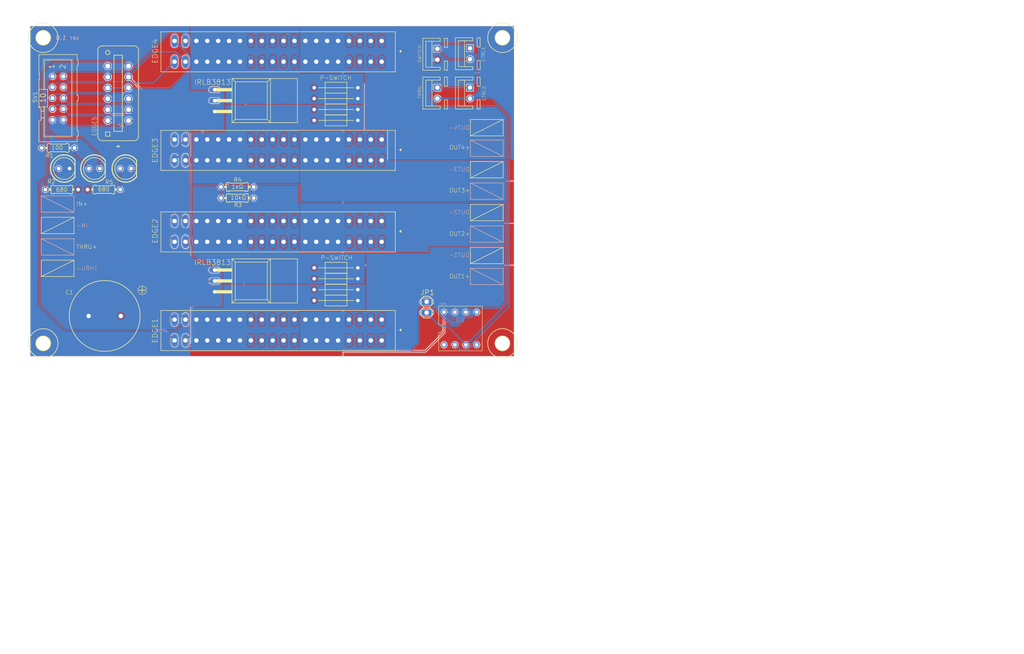
<source format=kicad_pcb>
(kicad_pcb (version 20171130) (host pcbnew "(5.1.10)-1")
  (layers (0 Top signal) (31 Bottom signal) (34 B.Paste user) (35 F.Paste user) (36 B.SilkS user) (37 F.SilkS user) (38 B.Mask user) (39 F.Mask user) (44 Edge.Cuts user))
  (net 0 "")
  (net 1 GND)
  (net 2 VCC)
  (net 3 /PWM1)
  (net 4 /DIR1)
  (net 5 /PWM2)
  (net 6 /DIR2)
  (net 7 /PWM3)
  (net 8 /DIR3)
  (net 9 /PWM4)
  (net 10 /DIR4)
  (net 11 /VCC2)
  (net 12 /GND2)
  (net 13 "Net-(LED2-PadA)")
  (net 14 /LED)
  (net 15 "Net-(EDGE1-PadP$1)")
  (net 16 "Net-(EDGE1-PadP$33)")
  (net 17 "Net-(EDGE2-PadP$1)")
  (net 18 "Net-(EDGE2-PadP$33)")
  (net 19 "Net-(EDGE3-PadP$1)")
  (net 20 "Net-(EDGE3-PadP$33)")
  (net 21 "Net-(EDGE4-PadP$1)")
  (net 22 "Net-(EDGE4-PadP$33)")
  (net 23 "Net-(CTRL1-Pad2)")
  (net 24 "Net-(CTRL1-Pad1)")
  (net 25 "Net-(LED1-PadA)")
  (net 26 "Net-(IRLB-1-PadG)")
  (net 27 "Net-(R3-Pad1)")
  (net 28 "Net-(LED3-PadA)")
  (net 29 /NC)
  (net 30 "Net-(IRLB-1-PadD)")
  (net 31 "Net-(IRLB-1-PadP$1)")
  (net 32 "Net-(EDGE1-PadP$14)")
  (net 33 "Net-(EDGE2-PadP$14)")
  (net 34 "Net-(IRLB-2-PadP$1)")
  (net 35 "Net-(EDGE3-PadP$14)")
  (net 36 "Net-(EDGE4-PadP$14)")
  (net 37 "Net-(IRLB-2-PadD)")
  (module "" (layer Top) (at 162.48888 120.24868)
    (fp_text reference "" (at 160.96996 78.60792) (layer F.SilkS) (effects (font (size 1.27 1.27))))
    (fp_text value "" (at 160.96996 78.60792) (layer F.SilkS) (effects (font (size 1.27 1.27))))
    (fp_text user P-SWITCH (at -2.70256 0.87884) (layer F.SilkS) (effects (font (size 0.9652 0.9652) (thickness 0.077216)) (justify left bottom)))
  )
  (module "" (layer Top) (at 160.96996 78.60792)
    (fp_text reference "" (at 109.4741 134.1056) (layer F.SilkS) (effects (font (size 1.27 1.27))))
    (fp_text value "" (at 109.4741 134.1056) (layer F.SilkS) (effects (font (size 1.27 1.27))))
  )
  (module "PowerUnit-Bseries(ver1.0):50ZLH1000MEFC16X25" (layer Top) (at 109.4741 134.1056)
    (fp_text reference C1 (at -9.231 -4.944) (layer F.SilkS) (effects (font (size 0.95 0.95) (thickness 0.076)) (justify left bottom)))
    (fp_text value 50ZLH1000MEFC16X25 hide)
    (pad A thru_hole circle (at 3.75 0) (size 1.508 1.508) (drill 1) (layers *.Cu *.Mask) (net 2 VCC))
    (pad C thru_hole circle (at -3.75 0) (size 1.508 1.508) (drill 1) (layers *.Cu *.Mask) (net 1 GND))
  )
  (module "PowerUnit-Bseries(ver1.0):GCM188L81H104KA57" (layer Bottom) (at 192.2941 134.9396)
    (fp_text reference C2 (at -0.76794 0.70656) (layer B.SilkS) (effects (font (size 0.095 0.095) (thickness 0.0076)) (justify right bottom mirror)))
    (fp_text value GCM188L81H104KA57 hide)
    (pad P$2 smd rect (at 0.7 0) (size 0.7 0.8) (layers Bottom B.Paste B.Mask) (net 1 GND))
    (pad P$1 smd rect (at -0.7 0) (size 0.7 0.8) (layers Bottom B.Paste B.Mask) (net 2 VCC))
  )
  (module "PowerUnit-Bseries(ver1.0):B2B-XH" (layer Top) (at 194.6001 72.9536 90)
    (fp_text reference CTRL1 (at -1.889 3.556 90) (layer F.SilkS) (effects (font (size 0.76 0.76) (thickness 0.0608)) (justify left bottom)))
    (fp_text value 02-JST hide)
    (pad 1 thru_hole rect (at 1.27 0 90) (size 1.508 1.508) (drill 1) (layers *.Cu *.Mask) (net 24 "Net-(CTRL1-Pad1)"))
    (pad 2 thru_hole circle (at -1.27 0 90) (size 1.508 1.508) (drill 1) (layers *.Cu *.Mask) (net 23 "Net-(CTRL1-Pad2)"))
  )
  (module "PowerUnit-Bseries(ver1.0):B2B-XH" (layer Top) (at 194.6001 82.1316 90)
    (fp_text reference CTRL2 (at -1.864 3.683 90) (layer F.SilkS) (effects (font (size 0.76 0.76) (thickness 0.0608)) (justify left bottom)))
    (fp_text value 02-JST hide)
    (pad 1 thru_hole rect (at 1.27 0 90) (size 1.508 1.508) (drill 1) (layers *.Cu *.Mask) (net 24 "Net-(CTRL1-Pad1)"))
    (pad 2 thru_hole circle (at -1.27 0 90) (size 1.508 1.508) (drill 1) (layers *.Cu *.Mask) (net 23 "Net-(CTRL1-Pad2)"))
  )
  (module "PowerUnit-Bseries(ver1.0):7-5530843-6" (layer Top) (at 112.6041 82.1836 90)
    (fp_text reference EDGE5 (at -10 -5 90) (layer F.SilkS) (effects (font (size 0.95 0.95) (thickness 0.076)) (justify left bottom)))
    (fp_text value 7-5530843-6 hide)
    (pad P$12 thru_hole circle (at -6.35 -2.4257 90) (size 1.6383 1.6383) (drill 1.0922) (layers *.Cu *.Mask) (net 4 /DIR1))
    (pad P$11 thru_hole circle (at -3.81 -2.4257 90) (size 1.6383 1.6383) (drill 1.0922) (layers *.Cu *.Mask) (net 6 /DIR2))
    (pad P$10 thru_hole circle (at -1.27 -2.4257 90) (size 1.6383 1.6383) (drill 1.0922) (layers *.Cu *.Mask) (net 8 /DIR3))
    (pad P$9 thru_hole circle (at 1.27 -2.4257 90) (size 1.6383 1.6383) (drill 1.0922) (layers *.Cu *.Mask) (net 10 /DIR4))
    (pad P$8 thru_hole circle (at 3.81 -2.4257 90) (size 1.6383 1.6383) (drill 1.0922) (layers *.Cu *.Mask) (net 12 /GND2))
    (pad P$7 thru_hole circle (at 6.35 -2.4257 90) (size 1.6383 1.6383) (drill 1.0922) (layers *.Cu *.Mask) (net 29 /NC))
    (pad P$6 thru_hole circle (at 6.35 2.4257 90) (size 1.6383 1.6383) (drill 1.0922) (layers *.Cu *.Mask) (net 14 /LED))
    (pad P$5 thru_hole circle (at 3.81 2.4257 90) (size 1.6383 1.6383) (drill 1.0922) (layers *.Cu *.Mask) (net 11 /VCC2))
    (pad P$4 thru_hole circle (at 1.27 2.4257 90) (size 1.6383 1.6383) (drill 1.0922) (layers *.Cu *.Mask) (net 9 /PWM4))
    (pad P$3 thru_hole circle (at -1.27 2.4257 90) (size 1.6383 1.6383) (drill 1.0922) (layers *.Cu *.Mask) (net 7 /PWM3))
    (pad P$2 thru_hole circle (at -3.81 2.4257 90) (size 1.6383 1.6383) (drill 1.0922) (layers *.Cu *.Mask) (net 5 /PWM2))
    (pad P$1 thru_hole circle (at -6.35 2.4257 90) (size 1.6383 1.6383) (drill 1.0922) (layers *.Cu *.Mask) (net 3 /PWM1))
  )
  (module "PowerUnit-Bseries(ver1.0):AWG14" (layer Top) (at 98.5011 108.0036 90)
    (fp_text reference IN+ (at -0.5306 4.29778) (layer F.SilkS) (effects (font (size 0.9652 0.9652) (thickness 0.077216)) (justify left bottom)))
    (fp_text value PADS14 hide)
    (pad P$1 smd rect (at 0 0 180) (size 6.5 3.5) (layers Top F.Paste F.Mask) (net 2 VCC))
  )
  (module "PowerUnit-Bseries(ver1.0):AWG14" (layer Bottom) (at 98.5011 113.0036 90)
    (fp_text reference IN- (at -0.5598 4.2927 180) (layer B.SilkS) (effects (font (size 0.9652 0.9652) (thickness 0.077216)) (justify right bottom mirror)))
    (fp_text value PADS14 hide)
    (pad P$1 smd rect (at 0 0) (size 6.5 3.5) (layers Bottom B.Paste B.Mask) (net 1 GND))
  )
  (module "PowerUnit-Bseries(ver1.0):1X02" (layer Top) (at 184.4811 132.0566 270)
    (fp_text reference JP1 (at -2.7288 1.5362) (layer F.SilkS) (effects (font (size 1.2065 1.2065) (thickness 0.12065)) (justify left bottom)))
    (fp_text value PINHD-1X2)
    (pad 2 thru_hole oval (at 1.27 0) (size 3.048 1.524) (drill 1.016) (layers *.Cu *.Mask) (net 24 "Net-(CTRL1-Pad1)"))
    (pad 1 thru_hole oval (at -1.27 0) (size 3.048 1.524) (drill 1.016) (layers *.Cu *.Mask) (net 1 GND))
  )
  (module "PowerUnit-Bseries(ver1.0):LED5MM" (layer Top) (at 100.0151 99.7296)
    (fp_text reference LED1 hide)
    (fp_text value LED5MM)
    (pad K thru_hole circle (at 1.27 0) (size 1.3208 1.3208) (drill 0.8128) (layers *.Cu *.Mask) (net 1 GND))
    (pad A thru_hole circle (at -1.27 0) (size 1.3208 1.3208) (drill 0.8128) (layers *.Cu *.Mask) (net 25 "Net-(LED1-PadA)"))
  )
  (module "PowerUnit-Bseries(ver1.0):LED5MM" (layer Top) (at 107.0611 99.7296)
    (fp_text reference LED2 hide)
    (fp_text value LED5MM)
    (pad K thru_hole circle (at 1.27 0) (size 1.3208 1.3208) (drill 0.8128) (layers *.Cu *.Mask) (net 12 /GND2))
    (pad A thru_hole circle (at -1.27 0) (size 1.3208 1.3208) (drill 0.8128) (layers *.Cu *.Mask) (net 13 "Net-(LED2-PadA)"))
  )
  (module "PowerUnit-Bseries(ver1.0):LED5MM" (layer Top) (at 114.3611 99.7296)
    (fp_text reference LED3 hide)
    (fp_text value LED5MM)
    (pad K thru_hole circle (at 1.27 0) (size 1.3208 1.3208) (drill 0.8128) (layers *.Cu *.Mask) (net 30 "Net-(IRLB-1-PadD)"))
    (pad A thru_hole circle (at -1.27 0) (size 1.3208 1.3208) (drill 0.8128) (layers *.Cu *.Mask) (net 28 "Net-(LED3-PadA)"))
  )
  (module "PowerUnit-Bseries(ver1.0):AWG14" (layer Top) (at 198.5011 124.9036 270)
    (fp_text reference OUT1+ (at 0.51652 8.81898) (layer F.SilkS) (effects (font (size 0.9652 0.9652) (thickness 0.077216)) (justify left bottom)))
    (fp_text value PADS14 hide)
    (pad P$1 smd rect (at 0 0) (size 6.5 3.5) (layers Top F.Paste F.Mask) (net 15 "Net-(EDGE1-PadP$1)"))
  )
  (module "PowerUnit-Bseries(ver1.0):AWG14" (layer Bottom) (at 198.5011 120.0036 270)
    (fp_text reference OUT1- (at 0.43304 8.9155 180) (layer B.SilkS) (effects (font (size 0.9652 0.9652) (thickness 0.077216)) (justify right bottom mirror)))
    (fp_text value PADS14 hide)
    (pad P$1 smd rect (at 0 0 180) (size 6.5 3.5) (layers Bottom B.Paste B.Mask) (net 16 "Net-(EDGE1-PadP$33)"))
  )
  (module "PowerUnit-Bseries(ver1.0):AWG14" (layer Top) (at 198.5011 115.0036 270)
    (fp_text reference OUT2+ (at 0.508 8.81898) (layer F.SilkS) (effects (font (size 0.9652 0.9652) (thickness 0.077216)) (justify left bottom)))
    (fp_text value PADS14 hide)
    (pad P$1 smd rect (at 0 0) (size 6.5 3.5) (layers Top F.Paste F.Mask) (net 17 "Net-(EDGE2-PadP$1)"))
  )
  (module "PowerUnit-Bseries(ver1.0):AWG14" (layer Bottom) (at 198.5011 110.0036 270)
    (fp_text reference OUT2- (at 0.508 8.9155 180) (layer B.SilkS) (effects (font (size 0.9652 0.9652) (thickness 0.077216)) (justify right bottom mirror)))
    (fp_text value PADS14 hide)
    (pad P$1 smd rect (at 0 0 180) (size 6.5 3.5) (layers Bottom B.Paste B.Mask) (net 18 "Net-(EDGE2-PadP$33)"))
  )
  (module "PowerUnit-Bseries(ver1.0):AWG14" (layer Top) (at 198.5011 105.0036 270)
    (fp_text reference OUT3+ (at 0.381 8.81898) (layer F.SilkS) (effects (font (size 0.9652 0.9652) (thickness 0.077216)) (justify left bottom)))
    (fp_text value PADS14 hide)
    (pad P$1 smd rect (at 0 0) (size 6.5 3.5) (layers Top F.Paste F.Mask) (net 19 "Net-(EDGE3-PadP$1)"))
  )
  (module "PowerUnit-Bseries(ver1.0):AWG14" (layer Bottom) (at 198.5011 100.0036 270)
    (fp_text reference OUT3- (at 0.46 8.9155 180) (layer B.SilkS) (effects (font (size 0.9652 0.9652) (thickness 0.077216)) (justify right bottom mirror)))
    (fp_text value PADS14 hide)
    (pad P$1 smd rect (at 0 0 180) (size 6.5 3.5) (layers Bottom B.Paste B.Mask) (net 20 "Net-(EDGE3-PadP$33)"))
  )
  (module "PowerUnit-Bseries(ver1.0):AWG14" (layer Top) (at 198.5011 95.0036 270)
    (fp_text reference OUT4+ (at 0.36324 8.81898) (layer F.SilkS) (effects (font (size 0.9652 0.9652) (thickness 0.077216)) (justify left bottom)))
    (fp_text value PADS14 hide)
    (pad P$1 smd rect (at 0 0) (size 6.5 3.5) (layers Top F.Paste F.Mask) (net 21 "Net-(EDGE4-PadP$1)"))
  )
  (module "PowerUnit-Bseries(ver1.0):AWG14" (layer Bottom) (at 198.5011 90.2036 270)
    (fp_text reference OUT4- (at 0.5506 8.9155 180) (layer B.SilkS) (effects (font (size 0.9652 0.9652) (thickness 0.077216)) (justify right bottom mirror)))
    (fp_text value PADS14 hide)
    (pad P$1 smd rect (at 0 0 180) (size 6.5 3.5) (layers Bottom B.Paste B.Mask) (net 22 "Net-(EDGE4-PadP$33)"))
  )
  (module "PowerUnit-Bseries(ver1.0):P-SWITCH" (layer Top) (at 165.9101 130.5036 90)
    (fp_text reference P-1 hide)
    (fp_text value P-SWITCH hide)
    (pad P$2 thru_hole circle (at 0 -7.62 90) (size 1.308 1.308) (drill 0.8) (layers *.Cu *.Mask) (net 31 "Net-(IRLB-1-PadP$1)"))
    (pad P$1 thru_hole circle (at 0 2.54 90) (size 1.308 1.308) (drill 0.8) (layers *.Cu *.Mask) (net 32 "Net-(EDGE1-PadP$14)"))
  )
  (module "PowerUnit-Bseries(ver1.0):P-SWITCH" (layer Top) (at 165.9101 127.9636 90)
    (fp_text reference P-2 hide)
    (fp_text value P-SWITCH hide)
    (pad P$2 thru_hole circle (at 0 -7.62 90) (size 1.308 1.308) (drill 0.8) (layers *.Cu *.Mask) (net 31 "Net-(IRLB-1-PadP$1)"))
    (pad P$1 thru_hole circle (at 0 2.54 90) (size 1.308 1.308) (drill 0.8) (layers *.Cu *.Mask) (net 32 "Net-(EDGE1-PadP$14)"))
  )
  (module "PowerUnit-Bseries(ver1.0):P-SWITCH" (layer Top) (at 165.9101 125.4236 90)
    (fp_text reference P-3 hide)
    (fp_text value P-SWITCH hide)
    (pad P$2 thru_hole circle (at 0 -7.62 90) (size 1.308 1.308) (drill 0.8) (layers *.Cu *.Mask) (net 31 "Net-(IRLB-1-PadP$1)"))
    (pad P$1 thru_hole circle (at 0 2.54 90) (size 1.308 1.308) (drill 0.8) (layers *.Cu *.Mask) (net 33 "Net-(EDGE2-PadP$14)"))
  )
  (module "PowerUnit-Bseries(ver1.0):P-SWITCH" (layer Top) (at 165.9101 122.8836 90)
    (fp_text reference P-4 hide)
    (fp_text value P-SWITCH hide)
    (pad P$2 thru_hole circle (at 0 -7.62 90) (size 1.308 1.308) (drill 0.8) (layers *.Cu *.Mask) (net 31 "Net-(IRLB-1-PadP$1)"))
    (pad P$1 thru_hole circle (at 0 2.54 90) (size 1.308 1.308) (drill 0.8) (layers *.Cu *.Mask) (net 33 "Net-(EDGE2-PadP$14)"))
  )
  (module "PowerUnit-Bseries(ver1.0):P-SWITCH" (layer Top) (at 165.9101 88.5036 90)
    (fp_text reference P-5 hide)
    (fp_text value P-SWITCH hide)
    (pad P$2 thru_hole circle (at 0 -7.62 90) (size 1.308 1.308) (drill 0.8) (layers *.Cu *.Mask) (net 34 "Net-(IRLB-2-PadP$1)"))
    (pad P$1 thru_hole circle (at 0 2.54 90) (size 1.308 1.308) (drill 0.8) (layers *.Cu *.Mask) (net 35 "Net-(EDGE3-PadP$14)"))
  )
  (module "PowerUnit-Bseries(ver1.0):P-SWITCH" (layer Top) (at 165.9101 85.9636 90)
    (fp_text reference P-6 hide)
    (fp_text value P-SWITCH hide)
    (pad P$2 thru_hole circle (at 0 -7.62 90) (size 1.308 1.308) (drill 0.8) (layers *.Cu *.Mask) (net 34 "Net-(IRLB-2-PadP$1)"))
    (pad P$1 thru_hole circle (at 0 2.54 90) (size 1.308 1.308) (drill 0.8) (layers *.Cu *.Mask) (net 35 "Net-(EDGE3-PadP$14)"))
  )
  (module "PowerUnit-Bseries(ver1.0):P-SWITCH" (layer Top) (at 165.9101 83.4236 90)
    (fp_text reference P-7 hide)
    (fp_text value P-SWITCH hide)
    (pad P$2 thru_hole circle (at 0 -7.62 90) (size 1.308 1.308) (drill 0.8) (layers *.Cu *.Mask) (net 34 "Net-(IRLB-2-PadP$1)"))
    (pad P$1 thru_hole circle (at 0 2.54 90) (size 1.308 1.308) (drill 0.8) (layers *.Cu *.Mask) (net 36 "Net-(EDGE4-PadP$14)"))
  )
  (module "PowerUnit-Bseries(ver1.0):P-SWITCH" (layer Top) (at 165.9101 80.8836 90)
    (fp_text reference P-8 hide)
    (fp_text value P-SWITCH (at 1.7118 -6.33714) (layer F.SilkS) (effects (font (size 0.9652 0.9652) (thickness 0.077216)) (justify left bottom)))
    (pad P$1 thru_hole circle (at 0 2.54 90) (size 1.308 1.308) (drill 0.8) (layers *.Cu *.Mask) (net 36 "Net-(EDGE4-PadP$14)"))
    (pad P$2 thru_hole circle (at 0 -7.62 90) (size 1.308 1.308) (drill 0.8) (layers *.Cu *.Mask) (net 34 "Net-(IRLB-2-PadP$1)"))
  )
  (module "PowerUnit-Bseries(ver1.0):0204_7" (layer Top) (at 98.6151 94.9156)
    (fp_text reference R1 (at -2.96886 2.35116) (layer F.SilkS) (effects (font (size 0.94107 0.94107) (thickness 0.094107)) (justify left bottom)))
    (fp_text value 100 (at -1.6256 0.4826) (layer F.SilkS) (effects (font (size 0.94107 0.94107) (thickness 0.094107)) (justify left bottom)))
    (pad 2 thru_hole circle (at 3.81 0) (size 1.3208 1.3208) (drill 0.8128) (layers *.Cu *.Mask) (net 13 "Net-(LED2-PadA)"))
    (pad 1 thru_hole circle (at -3.81 0) (size 1.3208 1.3208) (drill 0.8128) (layers *.Cu *.Mask) (net 14 /LED))
  )
  (module "PowerUnit-Bseries(ver1.0):0204_7" (layer Top) (at 99.4641 104.6336)
    (fp_text reference R2 (at -3.38606 -1.34704) (layer F.SilkS) (effects (font (size 0.94107 0.94107) (thickness 0.094107)) (justify left bottom)))
    (fp_text value 680 (at -1.38962 0.56812) (layer F.SilkS) (effects (font (size 0.94107 0.94107) (thickness 0.094107)) (justify left bottom)))
    (pad 2 thru_hole circle (at 3.81 0) (size 1.3208 1.3208) (drill 0.8128) (layers *.Cu *.Mask) (net 2 VCC))
    (pad 1 thru_hole circle (at -3.81 0) (size 1.3208 1.3208) (drill 0.8128) (layers *.Cu *.Mask) (net 25 "Net-(LED1-PadA)"))
  )
  (module "PowerUnit-Bseries(ver1.0):0204_7" (layer Top) (at 140.3791 104.0246 180)
    (fp_text reference R3 (at 0.83658 -4.77376) (layer F.SilkS) (effects (font (size 0.94107 0.94107) (thickness 0.094107)) (justify left bottom)))
    (fp_text value 1kΩ (at 1.3903 -0.4964) (layer F.SilkS) (effects (font (size 0.94107 0.94107) (thickness 0.094107)) (justify left bottom)))
    (pad 2 thru_hole circle (at 3.81 0 180) (size 1.3208 1.3208) (drill 0.8128) (layers *.Cu *.Mask) (net 26 "Net-(IRLB-1-PadG)"))
    (pad 1 thru_hole circle (at -3.81 0 180) (size 1.3208 1.3208) (drill 0.8128) (layers *.Cu *.Mask) (net 27 "Net-(R3-Pad1)"))
  )
  (module "PowerUnit-Bseries(ver1.0):0204_7" (layer Top) (at 140.3791 106.6016)
    (fp_text reference R4 (at -0.889 -3.7084) (layer F.SilkS) (effects (font (size 0.94107 0.94107) (thickness 0.094107)) (justify left bottom)))
    (fp_text value 10kΩ (at -1.6256 0.4826) (layer F.SilkS) (effects (font (size 0.94107 0.94107) (thickness 0.094107)) (justify left bottom)))
    (pad 2 thru_hole circle (at 3.81 0) (size 1.3208 1.3208) (drill 0.8128) (layers *.Cu *.Mask) (net 1 GND))
    (pad 1 thru_hole circle (at -3.81 0) (size 1.3208 1.3208) (drill 0.8128) (layers *.Cu *.Mask) (net 26 "Net-(IRLB-1-PadG)"))
  )
  (module "PowerUnit-Bseries(ver1.0):0204_7" (layer Top) (at 109.2871 104.6336 180)
    (fp_text reference R5 (at -0.23262 1.18448) (layer F.SilkS) (effects (font (size 0.94107 0.94107) (thickness 0.094107)) (justify left bottom)))
    (fp_text value 680 (at 1.42854 -0.4716) (layer F.SilkS) (effects (font (size 0.94107 0.94107) (thickness 0.094107)) (justify left bottom)))
    (pad 2 thru_hole circle (at 3.81 0 180) (size 1.3208 1.3208) (drill 0.8128) (layers *.Cu *.Mask) (net 2 VCC))
    (pad 1 thru_hole circle (at -3.81 0 180) (size 1.3208 1.3208) (drill 0.8128) (layers *.Cu *.Mask) (net 28 "Net-(LED3-PadA)"))
  )
  (module "PowerUnit-Bseries(ver1.0):ML10" (layer Top) (at 98.5831 83.3106 270)
    (fp_text reference SV1 (at 1.143 4.776 90) (layer F.SilkS) (effects (font (size 0.95 0.95) (thickness 0.095)) (justify left bottom)))
    (fp_text value ML10)
    (fp_text user 2 (at -6.7042 -1.83326 270) (layer F.SilkS) (effects (font (size 1.2065 1.2065) (thickness 0.127)) (justify left bottom)))
    (fp_text user 1 (at -6.7042 0.75246 270) (layer F.SilkS) (effects (font (size 1.2065 1.2065) (thickness 0.127)) (justify left bottom)))
    (fp_text user 10 (at 1.18504 2.75398 270) (layer F.SilkS) (effects (font (size 1.2065 1.2065) (thickness 0.127)) (justify left bottom)))
    (pad 10 thru_hole circle (at 5.08 -1.27 270) (size 1.4224 1.4224) (drill 0.9144) (layers *.Cu *.Mask) (net 3 /PWM1))
    (pad 9 thru_hole circle (at 5.08 1.27 270) (size 1.4224 1.4224) (drill 0.9144) (layers *.Cu *.Mask) (net 4 /DIR1))
    (pad 8 thru_hole circle (at 2.54 -1.27 270) (size 1.4224 1.4224) (drill 0.9144) (layers *.Cu *.Mask) (net 5 /PWM2))
    (pad 7 thru_hole circle (at 2.54 1.27 270) (size 1.4224 1.4224) (drill 0.9144) (layers *.Cu *.Mask) (net 6 /DIR2))
    (pad 6 thru_hole circle (at 0 -1.27 270) (size 1.4224 1.4224) (drill 0.9144) (layers *.Cu *.Mask) (net 7 /PWM3))
    (pad 5 thru_hole circle (at 0 1.27 270) (size 1.4224 1.4224) (drill 0.9144) (layers *.Cu *.Mask) (net 8 /DIR3))
    (pad 4 thru_hole circle (at -2.54 -1.27 270) (size 1.4224 1.4224) (drill 0.9144) (layers *.Cu *.Mask) (net 9 /PWM4))
    (pad 3 thru_hole circle (at -2.54 1.27 270) (size 1.4224 1.4224) (drill 0.9144) (layers *.Cu *.Mask) (net 10 /DIR4))
    (pad 2 thru_hole circle (at -5.08 -1.27 270) (size 1.4224 1.4224) (drill 0.9144) (layers *.Cu *.Mask) (net 11 /VCC2))
    (pad 1 thru_hole circle (at -5.08 1.27 270) (size 1.4224 1.4224) (drill 0.9144) (layers *.Cu *.Mask) (net 12 /GND2))
  )
  (module "PowerUnit-Bseries(ver1.0):B2B-XH" (layer Top) (at 186.9971 73.0806 90)
    (fp_text reference SWITCH (at -1.99672 -3.69038 90) (layer F.SilkS) (effects (font (size 0.76 0.76) (thickness 0.0608)) (justify left bottom)))
    (fp_text value 02-JST hide)
    (pad 1 thru_hole rect (at 1.27 0 90) (size 1.508 1.508) (drill 1) (layers *.Cu *.Mask) (net 23 "Net-(CTRL1-Pad2)"))
    (pad 2 thru_hole circle (at -1.27 0 90) (size 1.508 1.508) (drill 1) (layers *.Cu *.Mask) (net 2 VCC))
  )
  (module "PowerUnit-Bseries(ver1.0):AWG14" (layer Top) (at 98.5011 118.0036 90)
    (fp_text reference THRU+ (at -0.53312 4.29778) (layer F.SilkS) (effects (font (size 0.9652 0.9652) (thickness 0.077216)) (justify left bottom)))
    (fp_text value PADS14 hide)
    (pad P$1 smd rect (at 0 0 180) (size 6.5 3.5) (layers Top F.Paste F.Mask) (net 2 VCC))
  )
  (module "PowerUnit-Bseries(ver1.0):AWG14" (layer Bottom) (at 98.5011 123.0036 90)
    (fp_text reference THRU- (at -0.54708 4.29778 180) (layer B.SilkS) (effects (font (size 0.9652 0.9652) (thickness 0.077216)) (justify right bottom mirror)))
    (fp_text value PADS14 hide)
    (pad P$1 smd rect (at 0 0) (size 6.5 3.5) (layers Bottom B.Paste B.Mask) (net 1 GND))
  )
  (module "PowerUnit-Bseries(ver1.0):B2B-XH" (layer Top) (at 186.9971 82.1316 90)
    (fp_text reference THRU (at -1.3328 -3.69038 90) (layer F.SilkS) (effects (font (size 0.76 0.76) (thickness 0.0608)) (justify left bottom)))
    (fp_text value 02-JST hide)
    (pad 1 thru_hole rect (at 1.27 0 90) (size 1.508 1.508) (drill 1) (layers *.Cu *.Mask) (net 24 "Net-(CTRL1-Pad1)"))
    (pad 2 thru_hole circle (at -1.27 0 90) (size 1.508 1.508) (drill 1) (layers *.Cu *.Mask) (net 23 "Net-(CTRL1-Pad2)"))
  )
  (module "PowerUnit-Bseries(ver1.0):2227MC-08-03" (layer Top) (at 192.3541 137.0266)
    (fp_text reference TLP1 (at -4.9 -5.4) (layer F.SilkS) (effects (font (size 0.475 0.475) (thickness 0.038)) (justify left bottom)))
    (fp_text value 2227MC-08-03 hide)
    (pad P$8 thru_hole circle (at -3.81 -3.81) (size 1.308 1.308) (drill 0.8) (layers *.Cu *.Mask) (net 2 VCC))
    (pad P$7 thru_hole circle (at -1.27 -3.81) (size 1.308 1.308) (drill 0.8) (layers *.Cu *.Mask))
    (pad P$6 thru_hole circle (at 1.27 -3.81) (size 1.308 1.308) (drill 0.8) (layers *.Cu *.Mask) (net 27 "Net-(R3-Pad1)"))
    (pad P$5 thru_hole circle (at 3.81 -3.81) (size 1.308 1.308) (drill 0.8) (layers *.Cu *.Mask) (net 1 GND))
    (pad P$4 thru_hole circle (at 3.81 3.81) (size 1.308 1.308) (drill 0.8) (layers *.Cu *.Mask))
    (pad P$3 thru_hole circle (at 1.27 3.81) (size 1.308 1.308) (drill 0.8) (layers *.Cu *.Mask) (net 24 "Net-(CTRL1-Pad1)"))
    (pad P$2 thru_hole circle (at -1.27 3.81) (size 1.308 1.308) (drill 0.8) (layers *.Cu *.Mask) (net 23 "Net-(CTRL1-Pad2)"))
    (pad P$1 thru_hole circle (at -3.81 3.81) (size 1.308 1.308) (drill 0.8) (layers *.Cu *.Mask))
  )
  (module "PowerUnit-Bseries(ver1.0):TO-220AB-PUT" (layer Top) (at 140.1511 125.9336 270)
    (fp_text reference IRLB3813 (at -3.61228 9.8999) (layer F.SilkS) (effects (font (size 1.2065 1.2065) (thickness 0.09652)) (justify left bottom)))
    (fp_text value IRLB3813_2 hide)
    (pad P$1 smd rect (at 0 -8.9154) (size 12.7 11.938) (layers Top F.Paste F.Mask) (net 31 "Net-(IRLB-1-PadP$1)"))
    (pad S thru_hole oval (at 2.54 5.08) (size 2.616 1.308) (drill 0.8) (layers *.Cu *.Mask) (net 1 GND))
    (pad G thru_hole oval (at -2.54 5.08) (size 2.616 1.308) (drill 0.8) (layers *.Cu *.Mask) (net 26 "Net-(IRLB-1-PadG)"))
    (pad D thru_hole oval (at 0 5.08) (size 2.616 1.308) (drill 0.8) (layers *.Cu *.Mask) (net 30 "Net-(IRLB-1-PadD)"))
  )
  (module "PowerUnit-Bseries(ver1.0):TO-220AB-PUT" (layer Top) (at 140.1511 83.8856 270)
    (fp_text reference IRLB3813 (at -3.59112 9.8999) (layer F.SilkS) (effects (font (size 1.2065 1.2065) (thickness 0.09652)) (justify left bottom)))
    (fp_text value IRLB3813_2 hide)
    (pad P$1 smd rect (at 0 -8.9154) (size 12.7 11.938) (layers Top F.Paste F.Mask) (net 34 "Net-(IRLB-2-PadP$1)"))
    (pad S thru_hole oval (at 2.54 5.08) (size 2.616 1.308) (drill 0.8) (layers *.Cu *.Mask) (net 1 GND))
    (pad G thru_hole oval (at -2.54 5.08) (size 2.616 1.308) (drill 0.8) (layers *.Cu *.Mask) (net 26 "Net-(IRLB-1-PadG)"))
    (pad D thru_hole oval (at 0 5.08) (size 2.616 1.308) (drill 0.8) (layers *.Cu *.Mask) (net 37 "Net-(IRLB-2-PadD)"))
  )
  (module "PowerUnit-Bseries(ver1.0):3,2" (layer Top) (at 95.1511 140.5036)
    (fp_text reference H1 hide)
    (fp_text value MOUNT-HOLE3.2 hide)
    (pad "" np_thru_hole circle (at 0 0) (size 3.2 3.2) (drill 3.2) (layers *.Cu *.Mask))
  )
  (module "PowerUnit-Bseries(ver1.0):3,2" (layer Top) (at 95.1511 69.2336)
    (fp_text reference H2 hide)
    (fp_text value MOUNT-HOLE3.2 hide)
    (pad "" np_thru_hole circle (at 0 0) (size 3.2 3.2) (drill 3.2) (layers *.Cu *.Mask))
  )
  (module "PowerUnit-Bseries(ver1.0):3,2" (layer Top) (at 202.1511 140.5036)
    (fp_text reference H3 hide)
    (fp_text value MOUNT-HOLE3.2 hide)
    (pad "" np_thru_hole circle (at 0 0) (size 3.2 3.2) (drill 3.2) (layers *.Cu *.Mask))
  )
  (module "PowerUnit-Bseries(ver1.0):3,2" (layer Top) (at 202.1511 69.2336)
    (fp_text reference H4 hide)
    (fp_text value MOUNT-HOLE3.2 hide)
    (pad "" np_thru_hole circle (at 0 0) (size 3.2 3.2) (drill 3.2) (layers *.Cu *.Mask))
  )
  (module "PowerUnit-Bseries(ver1.0):EDGE20X2" (layer Top) (at 151.1511 137.5036 270)
    (fp_text reference EDGE1 (at 2.96348 29.2311 90) (layer F.SilkS) (effects (font (size 1.2065 1.2065) (thickness 0.09652)) (justify left bottom)))
    (fp_text value EDGE20X2 hide)
    (pad P$40 thru_hole oval (at 2.3114 -22.86 270) (size 3.048 1.524) (drill 1.016) (layers *.Cu *.Mask) (net 15 "Net-(EDGE1-PadP$1)"))
    (pad P$39 thru_hole oval (at 2.3114 -20.32 270) (size 3.048 1.524) (drill 1.016) (layers *.Cu *.Mask) (net 15 "Net-(EDGE1-PadP$1)"))
    (pad P$38 thru_hole oval (at 2.3114 -17.78 270) (size 3.048 1.524) (drill 1.016) (layers *.Cu *.Mask) (net 15 "Net-(EDGE1-PadP$1)"))
    (pad P$37 thru_hole oval (at 2.3114 -15.24 270) (size 3.048 1.524) (drill 1.016) (layers *.Cu *.Mask) (net 15 "Net-(EDGE1-PadP$1)"))
    (pad P$36 thru_hole oval (at 2.3114 -12.7 270) (size 3.048 1.524) (drill 1.016) (layers *.Cu *.Mask) (net 16 "Net-(EDGE1-PadP$33)"))
    (pad P$35 thru_hole oval (at 2.3114 -10.16 270) (size 3.048 1.524) (drill 1.016) (layers *.Cu *.Mask) (net 16 "Net-(EDGE1-PadP$33)"))
    (pad P$34 thru_hole oval (at 2.3114 -7.62 270) (size 3.048 1.524) (drill 1.016) (layers *.Cu *.Mask) (net 16 "Net-(EDGE1-PadP$33)"))
    (pad P$33 thru_hole oval (at 2.3114 -5.08 270) (size 3.048 1.524) (drill 1.016) (layers *.Cu *.Mask) (net 16 "Net-(EDGE1-PadP$33)"))
    (pad P$32 thru_hole oval (at 2.3114 -2.54 270) (size 3.048 1.524) (drill 1.016) (layers *.Cu *.Mask) (net 2 VCC))
    (pad P$31 thru_hole oval (at 2.3114 0 270) (size 3.048 1.524) (drill 1.016) (layers *.Cu *.Mask) (net 2 VCC))
    (pad P$30 thru_hole oval (at 2.3114 2.54 270) (size 3.048 1.524) (drill 1.016) (layers *.Cu *.Mask) (net 2 VCC))
    (pad P$29 thru_hole oval (at 2.3114 5.08 270) (size 3.048 1.524) (drill 1.016) (layers *.Cu *.Mask) (net 2 VCC))
    (pad P$28 thru_hole oval (at 2.3114 7.62 270) (size 3.048 1.524) (drill 1.016) (layers *.Cu *.Mask) (net 2 VCC))
    (pad P$27 thru_hole oval (at 2.3114 10.16 270) (size 3.048 1.524) (drill 1.016) (layers *.Cu *.Mask) (net 32 "Net-(EDGE1-PadP$14)"))
    (pad P$26 thru_hole oval (at 2.3114 12.7 270) (size 3.048 1.524) (drill 1.016) (layers *.Cu *.Mask) (net 32 "Net-(EDGE1-PadP$14)"))
    (pad P$25 thru_hole oval (at 2.3114 15.24 270) (size 3.048 1.524) (drill 1.016) (layers *.Cu *.Mask) (net 32 "Net-(EDGE1-PadP$14)"))
    (pad P$24 thru_hole oval (at 2.3114 17.78 270) (size 3.048 1.524) (drill 1.016) (layers *.Cu *.Mask) (net 32 "Net-(EDGE1-PadP$14)"))
    (pad P$23 thru_hole oval (at 2.3114 20.32 270) (size 3.048 1.524) (drill 1.016) (layers *.Cu *.Mask) (net 32 "Net-(EDGE1-PadP$14)"))
    (pad P$22 thru_hole oval (at 2.3114 22.86 270) (size 3.048 1.524) (drill 1.016) (layers *.Cu *.Mask) (net 11 /VCC2))
    (pad P$21 thru_hole oval (at 2.3114 25.4 270) (size 3.048 1.524) (drill 1.016) (layers *.Cu *.Mask) (net 4 /DIR1))
    (pad P$20 thru_hole oval (at -2.54 25.4 270) (size 3.048 1.524) (drill 1.016) (layers *.Cu *.Mask) (net 3 /PWM1))
    (pad P$19 thru_hole oval (at -2.54 22.86 270) (size 3.048 1.524) (drill 1.016) (layers *.Cu *.Mask) (net 12 /GND2))
    (pad P$18 thru_hole oval (at -2.54 20.32 270) (size 3.048 1.524) (drill 1.016) (layers *.Cu *.Mask) (net 32 "Net-(EDGE1-PadP$14)"))
    (pad P$17 thru_hole oval (at -2.54 17.78 270) (size 3.048 1.524) (drill 1.016) (layers *.Cu *.Mask) (net 32 "Net-(EDGE1-PadP$14)"))
    (pad P$16 thru_hole oval (at -2.54 15.24 270) (size 3.048 1.524) (drill 1.016) (layers *.Cu *.Mask) (net 32 "Net-(EDGE1-PadP$14)"))
    (pad P$15 thru_hole oval (at -2.54 12.7 270) (size 3.048 1.524) (drill 1.016) (layers *.Cu *.Mask) (net 32 "Net-(EDGE1-PadP$14)"))
    (pad P$14 thru_hole oval (at -2.54 10.16 270) (size 3.048 1.524) (drill 1.016) (layers *.Cu *.Mask) (net 32 "Net-(EDGE1-PadP$14)"))
    (pad P$13 thru_hole oval (at -2.54 7.62 270) (size 3.048 1.524) (drill 1.016) (layers *.Cu *.Mask) (net 2 VCC))
    (pad P$12 thru_hole oval (at -2.54 5.08 270) (size 3.048 1.524) (drill 1.016) (layers *.Cu *.Mask) (net 2 VCC))
    (pad P$11 thru_hole oval (at -2.54 2.54 270) (size 3.048 1.524) (drill 1.016) (layers *.Cu *.Mask) (net 2 VCC))
    (pad P$10 thru_hole oval (at -2.54 0 270) (size 3.048 1.524) (drill 1.016) (layers *.Cu *.Mask) (net 2 VCC))
    (pad P$9 thru_hole oval (at -2.54 -2.54 270) (size 3.048 1.524) (drill 1.016) (layers *.Cu *.Mask) (net 2 VCC))
    (pad P$8 thru_hole oval (at -2.54 -5.08 270) (size 3.048 1.524) (drill 1.016) (layers *.Cu *.Mask) (net 16 "Net-(EDGE1-PadP$33)"))
    (pad P$7 thru_hole oval (at -2.54 -7.62 270) (size 3.048 1.524) (drill 1.016) (layers *.Cu *.Mask) (net 16 "Net-(EDGE1-PadP$33)"))
    (pad P$6 thru_hole oval (at -2.54 -10.16 270) (size 3.048 1.524) (drill 1.016) (layers *.Cu *.Mask) (net 16 "Net-(EDGE1-PadP$33)"))
    (pad P$5 thru_hole oval (at -2.54 -12.7 270) (size 3.048 1.524) (drill 1.016) (layers *.Cu *.Mask) (net 16 "Net-(EDGE1-PadP$33)"))
    (pad P$4 thru_hole oval (at -2.54 -15.24 270) (size 3.048 1.524) (drill 1.016) (layers *.Cu *.Mask) (net 15 "Net-(EDGE1-PadP$1)"))
    (pad P$3 thru_hole oval (at -2.54 -17.78 270) (size 3.048 1.524) (drill 1.016) (layers *.Cu *.Mask) (net 15 "Net-(EDGE1-PadP$1)"))
    (pad P$2 thru_hole oval (at -2.54 -20.32 270) (size 3.048 1.524) (drill 1.016) (layers *.Cu *.Mask) (net 15 "Net-(EDGE1-PadP$1)"))
    (pad P$1 thru_hole oval (at -2.54 -22.86 270) (size 3.048 1.524) (drill 1.016) (layers *.Cu *.Mask) (net 15 "Net-(EDGE1-PadP$1)"))
  )
  (module "PowerUnit-Bseries(ver1.0):EDGE20X2" (layer Top) (at 151.1511 114.5036 270)
    (fp_text reference EDGE2 (at 2.72248 29.2311 90) (layer F.SilkS) (effects (font (size 1.2065 1.2065) (thickness 0.09652)) (justify left bottom)))
    (fp_text value EDGE20X2 hide)
    (pad P$40 thru_hole oval (at 2.3114 -22.86 270) (size 3.048 1.524) (drill 1.016) (layers *.Cu *.Mask) (net 17 "Net-(EDGE2-PadP$1)"))
    (pad P$39 thru_hole oval (at 2.3114 -20.32 270) (size 3.048 1.524) (drill 1.016) (layers *.Cu *.Mask) (net 17 "Net-(EDGE2-PadP$1)"))
    (pad P$38 thru_hole oval (at 2.3114 -17.78 270) (size 3.048 1.524) (drill 1.016) (layers *.Cu *.Mask) (net 17 "Net-(EDGE2-PadP$1)"))
    (pad P$37 thru_hole oval (at 2.3114 -15.24 270) (size 3.048 1.524) (drill 1.016) (layers *.Cu *.Mask) (net 17 "Net-(EDGE2-PadP$1)"))
    (pad P$36 thru_hole oval (at 2.3114 -12.7 270) (size 3.048 1.524) (drill 1.016) (layers *.Cu *.Mask) (net 18 "Net-(EDGE2-PadP$33)"))
    (pad P$35 thru_hole oval (at 2.3114 -10.16 270) (size 3.048 1.524) (drill 1.016) (layers *.Cu *.Mask) (net 18 "Net-(EDGE2-PadP$33)"))
    (pad P$34 thru_hole oval (at 2.3114 -7.62 270) (size 3.048 1.524) (drill 1.016) (layers *.Cu *.Mask) (net 18 "Net-(EDGE2-PadP$33)"))
    (pad P$33 thru_hole oval (at 2.3114 -5.08 270) (size 3.048 1.524) (drill 1.016) (layers *.Cu *.Mask) (net 18 "Net-(EDGE2-PadP$33)"))
    (pad P$32 thru_hole oval (at 2.3114 -2.54 270) (size 3.048 1.524) (drill 1.016) (layers *.Cu *.Mask) (net 2 VCC))
    (pad P$31 thru_hole oval (at 2.3114 0 270) (size 3.048 1.524) (drill 1.016) (layers *.Cu *.Mask) (net 2 VCC))
    (pad P$30 thru_hole oval (at 2.3114 2.54 270) (size 3.048 1.524) (drill 1.016) (layers *.Cu *.Mask) (net 2 VCC))
    (pad P$29 thru_hole oval (at 2.3114 5.08 270) (size 3.048 1.524) (drill 1.016) (layers *.Cu *.Mask) (net 2 VCC))
    (pad P$28 thru_hole oval (at 2.3114 7.62 270) (size 3.048 1.524) (drill 1.016) (layers *.Cu *.Mask) (net 2 VCC))
    (pad P$27 thru_hole oval (at 2.3114 10.16 270) (size 3.048 1.524) (drill 1.016) (layers *.Cu *.Mask) (net 33 "Net-(EDGE2-PadP$14)"))
    (pad P$26 thru_hole oval (at 2.3114 12.7 270) (size 3.048 1.524) (drill 1.016) (layers *.Cu *.Mask) (net 33 "Net-(EDGE2-PadP$14)"))
    (pad P$25 thru_hole oval (at 2.3114 15.24 270) (size 3.048 1.524) (drill 1.016) (layers *.Cu *.Mask) (net 33 "Net-(EDGE2-PadP$14)"))
    (pad P$24 thru_hole oval (at 2.3114 17.78 270) (size 3.048 1.524) (drill 1.016) (layers *.Cu *.Mask) (net 33 "Net-(EDGE2-PadP$14)"))
    (pad P$23 thru_hole oval (at 2.3114 20.32 270) (size 3.048 1.524) (drill 1.016) (layers *.Cu *.Mask) (net 33 "Net-(EDGE2-PadP$14)"))
    (pad P$22 thru_hole oval (at 2.3114 22.86 270) (size 3.048 1.524) (drill 1.016) (layers *.Cu *.Mask) (net 11 /VCC2))
    (pad P$21 thru_hole oval (at 2.3114 25.4 270) (size 3.048 1.524) (drill 1.016) (layers *.Cu *.Mask) (net 6 /DIR2))
    (pad P$20 thru_hole oval (at -2.54 25.4 270) (size 3.048 1.524) (drill 1.016) (layers *.Cu *.Mask) (net 5 /PWM2))
    (pad P$19 thru_hole oval (at -2.54 22.86 270) (size 3.048 1.524) (drill 1.016) (layers *.Cu *.Mask) (net 12 /GND2))
    (pad P$18 thru_hole oval (at -2.54 20.32 270) (size 3.048 1.524) (drill 1.016) (layers *.Cu *.Mask) (net 33 "Net-(EDGE2-PadP$14)"))
    (pad P$17 thru_hole oval (at -2.54 17.78 270) (size 3.048 1.524) (drill 1.016) (layers *.Cu *.Mask) (net 33 "Net-(EDGE2-PadP$14)"))
    (pad P$16 thru_hole oval (at -2.54 15.24 270) (size 3.048 1.524) (drill 1.016) (layers *.Cu *.Mask) (net 33 "Net-(EDGE2-PadP$14)"))
    (pad P$15 thru_hole oval (at -2.54 12.7 270) (size 3.048 1.524) (drill 1.016) (layers *.Cu *.Mask) (net 33 "Net-(EDGE2-PadP$14)"))
    (pad P$14 thru_hole oval (at -2.54 10.16 270) (size 3.048 1.524) (drill 1.016) (layers *.Cu *.Mask) (net 33 "Net-(EDGE2-PadP$14)"))
    (pad P$13 thru_hole oval (at -2.54 7.62 270) (size 3.048 1.524) (drill 1.016) (layers *.Cu *.Mask) (net 2 VCC))
    (pad P$12 thru_hole oval (at -2.54 5.08 270) (size 3.048 1.524) (drill 1.016) (layers *.Cu *.Mask) (net 2 VCC))
    (pad P$11 thru_hole oval (at -2.54 2.54 270) (size 3.048 1.524) (drill 1.016) (layers *.Cu *.Mask) (net 2 VCC))
    (pad P$10 thru_hole oval (at -2.54 0 270) (size 3.048 1.524) (drill 1.016) (layers *.Cu *.Mask) (net 2 VCC))
    (pad P$9 thru_hole oval (at -2.54 -2.54 270) (size 3.048 1.524) (drill 1.016) (layers *.Cu *.Mask) (net 2 VCC))
    (pad P$8 thru_hole oval (at -2.54 -5.08 270) (size 3.048 1.524) (drill 1.016) (layers *.Cu *.Mask) (net 18 "Net-(EDGE2-PadP$33)"))
    (pad P$7 thru_hole oval (at -2.54 -7.62 270) (size 3.048 1.524) (drill 1.016) (layers *.Cu *.Mask) (net 18 "Net-(EDGE2-PadP$33)"))
    (pad P$6 thru_hole oval (at -2.54 -10.16 270) (size 3.048 1.524) (drill 1.016) (layers *.Cu *.Mask) (net 18 "Net-(EDGE2-PadP$33)"))
    (pad P$5 thru_hole oval (at -2.54 -12.7 270) (size 3.048 1.524) (drill 1.016) (layers *.Cu *.Mask) (net 18 "Net-(EDGE2-PadP$33)"))
    (pad P$4 thru_hole oval (at -2.54 -15.24 270) (size 3.048 1.524) (drill 1.016) (layers *.Cu *.Mask) (net 17 "Net-(EDGE2-PadP$1)"))
    (pad P$3 thru_hole oval (at -2.54 -17.78 270) (size 3.048 1.524) (drill 1.016) (layers *.Cu *.Mask) (net 17 "Net-(EDGE2-PadP$1)"))
    (pad P$2 thru_hole oval (at -2.54 -20.32 270) (size 3.048 1.524) (drill 1.016) (layers *.Cu *.Mask) (net 17 "Net-(EDGE2-PadP$1)"))
    (pad P$1 thru_hole oval (at -2.54 -22.86 270) (size 3.048 1.524) (drill 1.016) (layers *.Cu *.Mask) (net 17 "Net-(EDGE2-PadP$1)"))
  )
  (module "PowerUnit-Bseries(ver1.0):EDGE20X2" (layer Top) (at 151.1511 95.5036 270)
    (fp_text reference EDGE3 (at 2.95696 29.2311 90) (layer F.SilkS) (effects (font (size 1.2065 1.2065) (thickness 0.09652)) (justify left bottom)))
    (fp_text value EDGE20X2 hide)
    (pad P$40 thru_hole oval (at 2.3114 -22.86 270) (size 3.048 1.524) (drill 1.016) (layers *.Cu *.Mask) (net 19 "Net-(EDGE3-PadP$1)"))
    (pad P$39 thru_hole oval (at 2.3114 -20.32 270) (size 3.048 1.524) (drill 1.016) (layers *.Cu *.Mask) (net 19 "Net-(EDGE3-PadP$1)"))
    (pad P$38 thru_hole oval (at 2.3114 -17.78 270) (size 3.048 1.524) (drill 1.016) (layers *.Cu *.Mask) (net 19 "Net-(EDGE3-PadP$1)"))
    (pad P$37 thru_hole oval (at 2.3114 -15.24 270) (size 3.048 1.524) (drill 1.016) (layers *.Cu *.Mask) (net 19 "Net-(EDGE3-PadP$1)"))
    (pad P$36 thru_hole oval (at 2.3114 -12.7 270) (size 3.048 1.524) (drill 1.016) (layers *.Cu *.Mask) (net 20 "Net-(EDGE3-PadP$33)"))
    (pad P$35 thru_hole oval (at 2.3114 -10.16 270) (size 3.048 1.524) (drill 1.016) (layers *.Cu *.Mask) (net 20 "Net-(EDGE3-PadP$33)"))
    (pad P$34 thru_hole oval (at 2.3114 -7.62 270) (size 3.048 1.524) (drill 1.016) (layers *.Cu *.Mask) (net 20 "Net-(EDGE3-PadP$33)"))
    (pad P$33 thru_hole oval (at 2.3114 -5.08 270) (size 3.048 1.524) (drill 1.016) (layers *.Cu *.Mask) (net 20 "Net-(EDGE3-PadP$33)"))
    (pad P$32 thru_hole oval (at 2.3114 -2.54 270) (size 3.048 1.524) (drill 1.016) (layers *.Cu *.Mask) (net 2 VCC))
    (pad P$31 thru_hole oval (at 2.3114 0 270) (size 3.048 1.524) (drill 1.016) (layers *.Cu *.Mask) (net 2 VCC))
    (pad P$30 thru_hole oval (at 2.3114 2.54 270) (size 3.048 1.524) (drill 1.016) (layers *.Cu *.Mask) (net 2 VCC))
    (pad P$29 thru_hole oval (at 2.3114 5.08 270) (size 3.048 1.524) (drill 1.016) (layers *.Cu *.Mask) (net 2 VCC))
    (pad P$28 thru_hole oval (at 2.3114 7.62 270) (size 3.048 1.524) (drill 1.016) (layers *.Cu *.Mask) (net 2 VCC))
    (pad P$27 thru_hole oval (at 2.3114 10.16 270) (size 3.048 1.524) (drill 1.016) (layers *.Cu *.Mask) (net 35 "Net-(EDGE3-PadP$14)"))
    (pad P$26 thru_hole oval (at 2.3114 12.7 270) (size 3.048 1.524) (drill 1.016) (layers *.Cu *.Mask) (net 35 "Net-(EDGE3-PadP$14)"))
    (pad P$25 thru_hole oval (at 2.3114 15.24 270) (size 3.048 1.524) (drill 1.016) (layers *.Cu *.Mask) (net 35 "Net-(EDGE3-PadP$14)"))
    (pad P$24 thru_hole oval (at 2.3114 17.78 270) (size 3.048 1.524) (drill 1.016) (layers *.Cu *.Mask) (net 35 "Net-(EDGE3-PadP$14)"))
    (pad P$23 thru_hole oval (at 2.3114 20.32 270) (size 3.048 1.524) (drill 1.016) (layers *.Cu *.Mask) (net 35 "Net-(EDGE3-PadP$14)"))
    (pad P$22 thru_hole oval (at 2.3114 22.86 270) (size 3.048 1.524) (drill 1.016) (layers *.Cu *.Mask) (net 11 /VCC2))
    (pad P$21 thru_hole oval (at 2.3114 25.4 270) (size 3.048 1.524) (drill 1.016) (layers *.Cu *.Mask) (net 8 /DIR3))
    (pad P$20 thru_hole oval (at -2.54 25.4 270) (size 3.048 1.524) (drill 1.016) (layers *.Cu *.Mask) (net 7 /PWM3))
    (pad P$19 thru_hole oval (at -2.54 22.86 270) (size 3.048 1.524) (drill 1.016) (layers *.Cu *.Mask) (net 12 /GND2))
    (pad P$18 thru_hole oval (at -2.54 20.32 270) (size 3.048 1.524) (drill 1.016) (layers *.Cu *.Mask) (net 35 "Net-(EDGE3-PadP$14)"))
    (pad P$17 thru_hole oval (at -2.54 17.78 270) (size 3.048 1.524) (drill 1.016) (layers *.Cu *.Mask) (net 35 "Net-(EDGE3-PadP$14)"))
    (pad P$16 thru_hole oval (at -2.54 15.24 270) (size 3.048 1.524) (drill 1.016) (layers *.Cu *.Mask) (net 35 "Net-(EDGE3-PadP$14)"))
    (pad P$15 thru_hole oval (at -2.54 12.7 270) (size 3.048 1.524) (drill 1.016) (layers *.Cu *.Mask) (net 35 "Net-(EDGE3-PadP$14)"))
    (pad P$14 thru_hole oval (at -2.54 10.16 270) (size 3.048 1.524) (drill 1.016) (layers *.Cu *.Mask) (net 35 "Net-(EDGE3-PadP$14)"))
    (pad P$13 thru_hole oval (at -2.54 7.62 270) (size 3.048 1.524) (drill 1.016) (layers *.Cu *.Mask) (net 2 VCC))
    (pad P$12 thru_hole oval (at -2.54 5.08 270) (size 3.048 1.524) (drill 1.016) (layers *.Cu *.Mask) (net 2 VCC))
    (pad P$11 thru_hole oval (at -2.54 2.54 270) (size 3.048 1.524) (drill 1.016) (layers *.Cu *.Mask) (net 2 VCC))
    (pad P$10 thru_hole oval (at -2.54 0 270) (size 3.048 1.524) (drill 1.016) (layers *.Cu *.Mask) (net 2 VCC))
    (pad P$9 thru_hole oval (at -2.54 -2.54 270) (size 3.048 1.524) (drill 1.016) (layers *.Cu *.Mask) (net 2 VCC))
    (pad P$8 thru_hole oval (at -2.54 -5.08 270) (size 3.048 1.524) (drill 1.016) (layers *.Cu *.Mask) (net 20 "Net-(EDGE3-PadP$33)"))
    (pad P$7 thru_hole oval (at -2.54 -7.62 270) (size 3.048 1.524) (drill 1.016) (layers *.Cu *.Mask) (net 20 "Net-(EDGE3-PadP$33)"))
    (pad P$6 thru_hole oval (at -2.54 -10.16 270) (size 3.048 1.524) (drill 1.016) (layers *.Cu *.Mask) (net 20 "Net-(EDGE3-PadP$33)"))
    (pad P$5 thru_hole oval (at -2.54 -12.7 270) (size 3.048 1.524) (drill 1.016) (layers *.Cu *.Mask) (net 20 "Net-(EDGE3-PadP$33)"))
    (pad P$4 thru_hole oval (at -2.54 -15.24 270) (size 3.048 1.524) (drill 1.016) (layers *.Cu *.Mask) (net 19 "Net-(EDGE3-PadP$1)"))
    (pad P$3 thru_hole oval (at -2.54 -17.78 270) (size 3.048 1.524) (drill 1.016) (layers *.Cu *.Mask) (net 19 "Net-(EDGE3-PadP$1)"))
    (pad P$2 thru_hole oval (at -2.54 -20.32 270) (size 3.048 1.524) (drill 1.016) (layers *.Cu *.Mask) (net 19 "Net-(EDGE3-PadP$1)"))
    (pad P$1 thru_hole oval (at -2.54 -22.86 270) (size 3.048 1.524) (drill 1.016) (layers *.Cu *.Mask) (net 19 "Net-(EDGE3-PadP$1)"))
  )
  (module "PowerUnit-Bseries(ver1.0):EDGE20X2" (layer Top) (at 151.1511 72.5036 270)
    (fp_text reference EDGE4 (at 2.77184 29.2311 90) (layer F.SilkS) (effects (font (size 1.2065 1.2065) (thickness 0.09652)) (justify left bottom)))
    (fp_text value EDGE20X2 hide)
    (pad P$40 thru_hole oval (at 2.3114 -22.86 270) (size 3.048 1.524) (drill 1.016) (layers *.Cu *.Mask) (net 21 "Net-(EDGE4-PadP$1)"))
    (pad P$39 thru_hole oval (at 2.3114 -20.32 270) (size 3.048 1.524) (drill 1.016) (layers *.Cu *.Mask) (net 21 "Net-(EDGE4-PadP$1)"))
    (pad P$38 thru_hole oval (at 2.3114 -17.78 270) (size 3.048 1.524) (drill 1.016) (layers *.Cu *.Mask) (net 21 "Net-(EDGE4-PadP$1)"))
    (pad P$37 thru_hole oval (at 2.3114 -15.24 270) (size 3.048 1.524) (drill 1.016) (layers *.Cu *.Mask) (net 21 "Net-(EDGE4-PadP$1)"))
    (pad P$36 thru_hole oval (at 2.3114 -12.7 270) (size 3.048 1.524) (drill 1.016) (layers *.Cu *.Mask) (net 22 "Net-(EDGE4-PadP$33)"))
    (pad P$35 thru_hole oval (at 2.3114 -10.16 270) (size 3.048 1.524) (drill 1.016) (layers *.Cu *.Mask) (net 22 "Net-(EDGE4-PadP$33)"))
    (pad P$34 thru_hole oval (at 2.3114 -7.62 270) (size 3.048 1.524) (drill 1.016) (layers *.Cu *.Mask) (net 22 "Net-(EDGE4-PadP$33)"))
    (pad P$33 thru_hole oval (at 2.3114 -5.08 270) (size 3.048 1.524) (drill 1.016) (layers *.Cu *.Mask) (net 22 "Net-(EDGE4-PadP$33)"))
    (pad P$32 thru_hole oval (at 2.3114 -2.54 270) (size 3.048 1.524) (drill 1.016) (layers *.Cu *.Mask) (net 2 VCC))
    (pad P$31 thru_hole oval (at 2.3114 0 270) (size 3.048 1.524) (drill 1.016) (layers *.Cu *.Mask) (net 2 VCC))
    (pad P$30 thru_hole oval (at 2.3114 2.54 270) (size 3.048 1.524) (drill 1.016) (layers *.Cu *.Mask) (net 2 VCC))
    (pad P$29 thru_hole oval (at 2.3114 5.08 270) (size 3.048 1.524) (drill 1.016) (layers *.Cu *.Mask) (net 2 VCC))
    (pad P$28 thru_hole oval (at 2.3114 7.62 270) (size 3.048 1.524) (drill 1.016) (layers *.Cu *.Mask) (net 2 VCC))
    (pad P$27 thru_hole oval (at 2.3114 10.16 270) (size 3.048 1.524) (drill 1.016) (layers *.Cu *.Mask) (net 36 "Net-(EDGE4-PadP$14)"))
    (pad P$26 thru_hole oval (at 2.3114 12.7 270) (size 3.048 1.524) (drill 1.016) (layers *.Cu *.Mask) (net 36 "Net-(EDGE4-PadP$14)"))
    (pad P$25 thru_hole oval (at 2.3114 15.24 270) (size 3.048 1.524) (drill 1.016) (layers *.Cu *.Mask) (net 36 "Net-(EDGE4-PadP$14)"))
    (pad P$24 thru_hole oval (at 2.3114 17.78 270) (size 3.048 1.524) (drill 1.016) (layers *.Cu *.Mask) (net 36 "Net-(EDGE4-PadP$14)"))
    (pad P$23 thru_hole oval (at 2.3114 20.32 270) (size 3.048 1.524) (drill 1.016) (layers *.Cu *.Mask) (net 36 "Net-(EDGE4-PadP$14)"))
    (pad P$22 thru_hole oval (at 2.3114 22.86 270) (size 3.048 1.524) (drill 1.016) (layers *.Cu *.Mask) (net 11 /VCC2))
    (pad P$21 thru_hole oval (at 2.3114 25.4 270) (size 3.048 1.524) (drill 1.016) (layers *.Cu *.Mask) (net 10 /DIR4))
    (pad P$20 thru_hole oval (at -2.54 25.4 270) (size 3.048 1.524) (drill 1.016) (layers *.Cu *.Mask) (net 9 /PWM4))
    (pad P$19 thru_hole oval (at -2.54 22.86 270) (size 3.048 1.524) (drill 1.016) (layers *.Cu *.Mask) (net 12 /GND2))
    (pad P$18 thru_hole oval (at -2.54 20.32 270) (size 3.048 1.524) (drill 1.016) (layers *.Cu *.Mask) (net 36 "Net-(EDGE4-PadP$14)"))
    (pad P$17 thru_hole oval (at -2.54 17.78 270) (size 3.048 1.524) (drill 1.016) (layers *.Cu *.Mask) (net 36 "Net-(EDGE4-PadP$14)"))
    (pad P$16 thru_hole oval (at -2.54 15.24 270) (size 3.048 1.524) (drill 1.016) (layers *.Cu *.Mask) (net 36 "Net-(EDGE4-PadP$14)"))
    (pad P$15 thru_hole oval (at -2.54 12.7 270) (size 3.048 1.524) (drill 1.016) (layers *.Cu *.Mask) (net 36 "Net-(EDGE4-PadP$14)"))
    (pad P$14 thru_hole oval (at -2.54 10.16 270) (size 3.048 1.524) (drill 1.016) (layers *.Cu *.Mask) (net 36 "Net-(EDGE4-PadP$14)"))
    (pad P$13 thru_hole oval (at -2.54 7.62 270) (size 3.048 1.524) (drill 1.016) (layers *.Cu *.Mask) (net 2 VCC))
    (pad P$12 thru_hole oval (at -2.54 5.08 270) (size 3.048 1.524) (drill 1.016) (layers *.Cu *.Mask) (net 2 VCC))
    (pad P$11 thru_hole oval (at -2.54 2.54 270) (size 3.048 1.524) (drill 1.016) (layers *.Cu *.Mask) (net 2 VCC))
    (pad P$10 thru_hole oval (at -2.54 0 270) (size 3.048 1.524) (drill 1.016) (layers *.Cu *.Mask) (net 2 VCC))
    (pad P$9 thru_hole oval (at -2.54 -2.54 270) (size 3.048 1.524) (drill 1.016) (layers *.Cu *.Mask) (net 2 VCC))
    (pad P$8 thru_hole oval (at -2.54 -5.08 270) (size 3.048 1.524) (drill 1.016) (layers *.Cu *.Mask) (net 22 "Net-(EDGE4-PadP$33)"))
    (pad P$7 thru_hole oval (at -2.54 -7.62 270) (size 3.048 1.524) (drill 1.016) (layers *.Cu *.Mask) (net 22 "Net-(EDGE4-PadP$33)"))
    (pad P$6 thru_hole oval (at -2.54 -10.16 270) (size 3.048 1.524) (drill 1.016) (layers *.Cu *.Mask) (net 22 "Net-(EDGE4-PadP$33)"))
    (pad P$5 thru_hole oval (at -2.54 -12.7 270) (size 3.048 1.524) (drill 1.016) (layers *.Cu *.Mask) (net 22 "Net-(EDGE4-PadP$33)"))
    (pad P$4 thru_hole oval (at -2.54 -15.24 270) (size 3.048 1.524) (drill 1.016) (layers *.Cu *.Mask) (net 21 "Net-(EDGE4-PadP$1)"))
    (pad P$3 thru_hole oval (at -2.54 -17.78 270) (size 3.048 1.524) (drill 1.016) (layers *.Cu *.Mask) (net 21 "Net-(EDGE4-PadP$1)"))
    (pad P$2 thru_hole oval (at -2.54 -20.32 270) (size 3.048 1.524) (drill 1.016) (layers *.Cu *.Mask) (net 21 "Net-(EDGE4-PadP$1)"))
    (pad P$1 thru_hole oval (at -2.54 -22.86 270) (size 3.048 1.524) (drill 1.016) (layers *.Cu *.Mask) (net 21 "Net-(EDGE4-PadP$1)"))
  )
  (gr_text "ver 1.0" (at 100.82276 69.25564) (layer B.SilkS) (effects (font (size 1.016 1.016) (thickness 0.127)) (justify mirror)))
  (gr_line (start 92.1511 143.5036) (end 204.8511 143.5036) (layer Edge.Cuts) (width 0.05))
  (gr_line (start 204.8511 143.5036) (end 204.8511 66.5036) (layer Edge.Cuts) (width 0.05))
  (gr_line (start 204.8511 66.5036) (end 92.1511 66.5036) (layer Edge.Cuts) (width 0.05))
  (gr_line (start 92.1511 66.5036) (end 92.1511 143.5036) (layer Edge.Cuts) (width 0.05))
  (segment (start 99.8531 88.3906) (end 101.1061 89.6436) (width 0.19) (layer Bottom) (net 3))
  (segment (start 113.9198 89.6436) (end 115.0298 88.5336) (width 0.19) (layer Bottom) (net 3))
  (segment (start 101.1061 89.6436) (end 113.9198 89.6436) (width 0.19) (layer Bottom) (net 3))
  (segment (start 122.8583 95.5808) (end 115.8111 88.5336) (width 0.254) (layer Top) (net 3))
  (segment (start 115.0298 88.5336) (end 115.8111 88.5336) (width 0.254) (layer Top) (net 3))
  (segment (start 122.8583 95.5808) (end 122.8583 132.0708) (width 0.254) (layer Top) (net 3))
  (segment (start 125.7511 134.9636) (end 122.8583 132.0708) (width 0.254) (layer Top) (net 3))
  (segment (start 99.8531 85.8506) (end 101.0661 87.0636) (width 0.19) (layer Bottom) (net 5))
  (segment (start 101.0661 87.0636) (end 113.9598 87.0636) (width 0.19) (layer Bottom) (net 5))
  (segment (start 113.9598 87.0636) (end 115.0298 85.9936) (width 0.19) (layer Bottom) (net 5))
  (segment (start 125.7511 111.9636) (end 123.7011 109.9136) (width 0.254) (layer Top) (net 5))
  (segment (start 123.7011 94.6236) (end 123.7011 109.9136) (width 0.254) (layer Top) (net 5))
  (segment (start 123.7011 94.6236) (end 115.0711 85.9936) (width 0.254) (layer Top) (net 5))
  (segment (start 115.0711 85.9936) (end 115.0298 85.9936) (width 0.254) (layer Top) (net 5))
  (segment (start 99.8531 83.3106) (end 101.0661 84.5236) (width 0.19) (layer Bottom) (net 7))
  (segment (start 113.9598 84.5236) (end 115.0298 83.4536) (width 0.19) (layer Bottom) (net 7))
  (segment (start 101.0661 84.5236) (end 113.9598 84.5236) (width 0.19) (layer Bottom) (net 7))
  (segment (start 115.0298 83.4536) (end 124.5398 92.9636) (width 0.254) (layer Top) (net 7))
  (segment (start 124.5398 92.9636) (end 125.7511 92.9636) (width 0.254) (layer Top) (net 7))
  (segment (start 99.8531 80.7706) (end 101.0661 81.9836) (width 0.19) (layer Bottom) (net 9))
  (segment (start 113.9598 81.9836) (end 115.0298 80.9136) (width 0.19) (layer Bottom) (net 9))
  (segment (start 101.0661 81.9836) (end 113.9598 81.9836) (width 0.19) (layer Bottom) (net 9))
  (segment (start 115.0298 80.9136) (end 124.7711 80.9136) (width 0.254) (layer Bottom) (net 9))
  (segment (start 124.7711 80.9136) (end 129.4711 76.2136) (width 0.254) (layer Bottom) (net 9))
  (segment (start 129.4711 76.2136) (end 129.4711 73.6836) (width 0.254) (layer Bottom) (net 9))
  (segment (start 129.4711 73.6836) (end 125.7511 69.9636) (width 0.254) (layer Bottom) (net 9))
  (segment (start 192.9941 134.9396) (end 193.4301 134.5036) (width 0.254) (layer Bottom) (net 1))
  (segment (start 194.8771 134.5036) (end 196.1641 133.2166) (width 0.254) (layer Bottom) (net 1))
  (segment (start 193.4301 134.5036) (end 194.8771 134.5036) (width 0.254) (layer Bottom) (net 1))
  (segment (start 184.4811 130.7866) (end 190.1981 136.5036) (width 0.254) (layer Bottom) (net 1))
  (segment (start 192.9941 135.2696) (end 191.7601 136.5036) (width 0.254) (layer Bottom) (net 1))
  (segment (start 192.9941 135.2696) (end 192.9941 134.9396) (width 0.254) (layer Bottom) (net 1))
  (segment (start 190.1981 136.5036) (end 191.7601 136.5036) (width 0.254) (layer Bottom) (net 1))
  (segment (start 136.1111 128.4736) (end 135.0711 128.4736) (width 0.254) (layer Top) (net 1))
  (segment (start 135.0711 86.4256) (end 132.3011 89.1956) (width 0.254) (layer Top) (net 1))
  (segment (start 132.3011 89.1956) (end 132.3011 99.4236) (width 0.254) (layer Top) (net 1))
  (segment (start 184.4811 130.7866) (end 182.6211 132.6466) (width 0.254) (layer Bottom) (net 1))
  (segment (start 182.6211 132.6466) (end 182.6211 140.4836) (width 0.254) (layer Bottom) (net 1))
  (segment (start 182.6211 140.4836) (end 180.7811 142.3236) (width 0.254) (layer Bottom) (net 1))
  (segment (start 180.7811 142.3236) (end 128.1011 142.3236) (width 0.254) (layer Bottom) (net 1))
  (segment (start 132.3011 99.4236) (end 135.5611 102.6836) (width 0.254) (layer Top) (net 1))
  (segment (start 135.5611 102.6836) (end 137.2011 102.6836) (width 0.254) (layer Top) (net 1))
  (segment (start 137.2011 102.6836) (end 140.7911 106.2736) (width 0.254) (layer Top) (net 1))
  (segment (start 140.7911 106.2736) (end 140.7911 106.6036) (width 0.254) (layer Top) (net 1))
  (segment (start 140.7911 106.6036) (end 144.1871 106.6036) (width 0.254) (layer Top) (net 1))
  (segment (start 144.1871 106.6036) (end 144.1891 106.6016) (width 0.254) (layer Top) (net 1))
  (segment (start 97.3131 80.7706) (end 98.2901 79.7936) (width 0.19) (layer Bottom) (net 10))
  (segment (start 109.0584 79.7936) (end 110.1784 80.9136) (width 0.19) (layer Bottom) (net 10))
  (segment (start 98.2901 79.7936) (end 109.0584 79.7936) (width 0.19) (layer Bottom) (net 10))
  (segment (start 113.476212 80.9136) (end 110.1784 80.9136) (width 0.254) (layer Bottom) (net 10))
  (segment (start 114.574762 79.81505) (end 113.476212 80.9136) (width 0.254) (layer Bottom) (net 10))
  (segment (start 125.7511 74.815) (end 120.75105 79.81505) (width 0.254) (layer Bottom) (net 10))
  (segment (start 120.75105 79.81505) (end 114.574762 79.81505) (width 0.254) (layer Bottom) (net 10))
  (segment (start 97.3131 83.3106) (end 98.2801 82.3436) (width 0.19) (layer Bottom) (net 8))
  (segment (start 109.0684 82.3436) (end 110.1784 83.4536) (width 0.19) (layer Bottom) (net 8))
  (segment (start 98.2801 82.3436) (end 109.0684 82.3436) (width 0.19) (layer Bottom) (net 8))
  (segment (start 110.1784 83.4536) (end 112.886212 83.4536) (width 0.254) (layer Top) (net 8))
  (segment (start 112.886212 83.4536) (end 114.314762 82.02505) (width 0.254) (layer Top) (net 8))
  (segment (start 114.314762 82.02505) (end 117.67255 82.02505) (width 0.254) (layer Top) (net 8))
  (segment (start 117.67255 82.02505) (end 126.8211 91.1736) (width 0.254) (layer Top) (net 8))
  (segment (start 126.8211 96.745) (end 126.8211 91.1736) (width 0.254) (layer Top) (net 8))
  (segment (start 125.7511 97.815) (end 126.8211 96.745) (width 0.254) (layer Top) (net 8))
  (segment (start 97.3131 85.8506) (end 98.2801 84.8836) (width 0.19) (layer Bottom) (net 6))
  (segment (start 109.0684 84.8836) (end 110.1784 85.9936) (width 0.19) (layer Bottom) (net 6))
  (segment (start 98.2801 84.8836) (end 109.0684 84.8836) (width 0.19) (layer Bottom) (net 6))
  (segment (start 123.2947 95.201938) (end 115.184912 87.09215) (width 0.254) (layer Top) (net 6))
  (segment (start 115.184912 87.09215) (end 111.254762 87.09215) (width 0.254) (layer Top) (net 6))
  (segment (start 111.254762 87.09215) (end 110.1784 86.015788) (width 0.254) (layer Top) (net 6))
  (segment (start 110.1784 85.9936) (end 110.1784 86.015788) (width 0.254) (layer Top) (net 6))
  (segment (start 125.7511 116.815) (end 123.2947 114.3586) (width 0.254) (layer Top) (net 6))
  (segment (start 123.2947 114.3586) (end 123.2947 95.201938) (width 0.254) (layer Top) (net 6))
  (segment (start 97.3131 88.3906) (end 98.2901 87.4136) (width 0.19) (layer Bottom) (net 4))
  (segment (start 109.0584 87.4136) (end 110.1784 88.5336) (width 0.19) (layer Bottom) (net 4))
  (segment (start 98.2901 87.4136) (end 109.0584 87.4136) (width 0.19) (layer Bottom) (net 4))
  (segment (start 125.7511 139.815) (end 122.4519 136.5158) (width 0.254) (layer Top) (net 4))
  (segment (start 112.1811 88.5336) (end 110.1784 88.5336) (width 0.254) (layer Top) (net 4))
  (segment (start 122.4519 136.5158) (end 122.4519 98.8044) (width 0.254) (layer Top) (net 4))
  (segment (start 122.4519 98.8044) (end 112.1811 88.5336) (width 0.254) (layer Top) (net 4))
  (segment (start 115.0298 75.8336) (end 113.8998 74.7036) (width 0.254) (layer Bottom) (net 14))
  (segment (start 97.5311 74.7036) (end 94.8011 77.4336) (width 0.254) (layer Bottom) (net 14))
  (segment (start 94.8011 77.4336) (end 94.8011 94.9116) (width 0.254) (layer Bottom) (net 14))
  (segment (start 94.8011 94.9116) (end 94.8051 94.9156) (width 0.254) (layer Bottom) (net 14))
  (segment (start 113.8998 74.7036) (end 97.5311 74.7036) (width 0.254) (layer Bottom) (net 14))
  (segment (start 102.4251 94.9156) (end 102.4251 96.3636) (width 0.254) (layer Bottom) (net 13))
  (segment (start 102.4251 96.3636) (end 105.7911 99.7296) (width 0.254) (layer Bottom) (net 13))
  (segment (start 97.3131 78.2306) (end 98.2901 77.2536) (width 0.19) (layer Bottom) (net 12))
  (segment (start 109.0584 77.2536) (end 110.1784 78.3736) (width 0.19) (layer Bottom) (net 12))
  (segment (start 98.2901 77.2536) (end 109.0584 77.2536) (width 0.19) (layer Bottom) (net 12))
  (segment (start 128.2911 69.9636) (end 128.2911 69.268838) (width 0.254) (layer Bottom) (net 12))
  (segment (start 128.2911 69.268838) (end 127.182462 68.1602) (width 0.254) (layer Bottom) (net 12))
  (segment (start 127.182462 68.1602) (end 124.539737 68.1602) (width 0.254) (layer Bottom) (net 12))
  (segment (start 124.539737 68.1602) (end 115.486337 77.2136) (width 0.254) (layer Bottom) (net 12))
  (segment (start 111.3384 77.2136) (end 110.1784 78.3736) (width 0.254) (layer Bottom) (net 12))
  (segment (start 115.486337 77.2136) (end 111.3384 77.2136) (width 0.254) (layer Bottom) (net 12))
  (segment (start 108.3311 99.7296) (end 108.1511 99.5496) (width 0.254) (layer Bottom) (net 12))
  (segment (start 108.1511 99.5496) (end 108.1511 96.5036) (width 0.254) (layer Bottom) (net 12))
  (segment (start 108.1511 96.5036) (end 104.1511 92.5036) (width 0.254) (layer Bottom) (net 12))
  (segment (start 104.1511 92.5036) (end 98.1511 92.5036) (width 0.254) (layer Bottom) (net 12))
  (segment (start 98.1511 92.5036) (end 96.2075 90.56) (width 0.254) (layer Bottom) (net 12))
  (segment (start 96.2075 79.3362) (end 97.3131 78.2306) (width 0.254) (layer Bottom) (net 12))
  (segment (start 96.2075 90.56) (end 96.2075 79.3362) (width 0.254) (layer Bottom) (net 12))
  (segment (start 128.2911 92.9636) (end 127.2411 94.0136) (width 0.254) (layer Top) (net 12))
  (segment (start 127.2411 110.9136) (end 128.2911 111.9636) (width 0.254) (layer Top) (net 12))
  (segment (start 127.2411 94.0136) (end 127.2411 110.9136) (width 0.254) (layer Top) (net 12))
  (segment (start 127.2497 115.621638) (end 127.2497 118.008363) (width 0.254) (layer Top) (net 12))
  (segment (start 128.2911 111.9636) (end 128.2911 114.580238) (width 0.254) (layer Top) (net 12))
  (segment (start 128.2911 114.580238) (end 127.2497 115.621638) (width 0.254) (layer Top) (net 12))
  (segment (start 127.2497 118.008363) (end 127.2611 118.019763) (width 0.254) (layer Top) (net 12))
  (segment (start 127.2611 133.9336) (end 128.2911 134.9636) (width 0.254) (layer Top) (net 12))
  (segment (start 127.2611 118.019763) (end 127.2611 133.9336) (width 0.254) (layer Top) (net 12))
  (segment (start 128.2911 93.3636) (end 128.2911 92.9636) (width 0.254) (layer Bottom) (net 12))
  (segment (start 96.2075 90.56) (end 96.2075 100.57) (width 0.254) (layer Bottom) (net 12))
  (segment (start 96.2075 100.57) (end 96.2211 100.5836) (width 0.254) (layer Bottom) (net 12))
  (segment (start 96.2211 100.5836) (end 96.2211 101.1536) (width 0.254) (layer Bottom) (net 12))
  (segment (start 96.2211 101.1536) (end 94.1911 103.1836) (width 0.254) (layer Bottom) (net 12))
  (segment (start 94.1911 103.1836) (end 94.1911 131.5436) (width 0.254) (layer Bottom) (net 12))
  (segment (start 100.1511 137.5036) (end 126.1511 137.5036) (width 0.254) (layer Bottom) (net 12))
  (segment (start 126.1511 137.5036) (end 128.2911 135.3636) (width 0.254) (layer Bottom) (net 12))
  (segment (start 128.2911 135.3636) (end 128.2911 134.9636) (width 0.254) (layer Bottom) (net 12))
  (segment (start 94.1911 131.5436) (end 100.1511 137.5036) (width 0.254) (layer Bottom) (net 12))
  (segment (start 191.5941 134.9396) (end 190.2671 134.9396) (width 0.254) (layer Bottom) (net 2))
  (segment (start 190.2671 134.9396) (end 188.5441 133.2166) (width 0.254) (layer Bottom) (net 2))
  (segment (start 186.9971 74.3506) (end 188.1511 73.1966) (width 0.254) (layer Top) (net 2))
  (segment (start 188.1511 73.1966) (end 188.1511 69.5036) (width 0.254) (layer Top) (net 2))
  (segment (start 188.1511 69.5036) (end 186.2941 67.6466) (width 0.254) (layer Top) (net 2))
  (segment (start 186.2941 67.6466) (end 164.1511 67.6466) (width 0.254) (layer Top) (net 2))
  (segment (start 188.5441 133.2166) (end 188.5441 137.9884) (width 0.254) (layer Top) (net 2))
  (segment (start 188.5441 137.9884) (end 184.2111 142.3214) (width 0.254) (layer Top) (net 2))
  (segment (start 184.2111 142.3214) (end 156.0611 142.3214) (width 0.254) (layer Top) (net 2))
  (segment (start 156.0611 142.3214) (end 153.6911 139.9514) (width 0.254) (layer Top) (net 2))
  (segment (start 153.6911 139.9514) (end 153.6911 139.815) (width 0.254) (layer Top) (net 2))
  (segment (start 95.6541 104.6336) (end 95.6541 102.8206) (width 0.254) (layer Bottom) (net 25))
  (segment (start 95.6541 102.8206) (end 98.7451 99.7296) (width 0.254) (layer Bottom) (net 25))
  (segment (start 186.9971 71.8106) (end 189.4101 74.2236) (width 0.254) (layer Bottom) (net 23))
  (segment (start 189.4101 74.2236) (end 194.6001 74.2236) (width 0.254) (layer Bottom) (net 23))
  (segment (start 194.6001 83.4016) (end 186.9971 83.4016) (width 0.254) (layer Bottom) (net 23))
  (segment (start 199.584231 83.4016) (end 203.707868 87.525238) (width 0.254) (layer Bottom) (net 23))
  (segment (start 194.6001 83.4016) (end 199.584231 83.4016) (width 0.254) (layer Bottom) (net 23))
  (segment (start 203.707868 131.876832) (end 203.707868 87.525238) (width 0.254) (layer Bottom) (net 23))
  (segment (start 191.0841 140.8466) (end 192.1811 141.9436) (width 0.254) (layer Bottom) (net 23))
  (segment (start 191.0841 140.8466) (end 191.0841 140.8366) (width 0.254) (layer Bottom) (net 23))
  (segment (start 194.177131 141.9436) (end 195.0111 141.109632) (width 0.254) (layer Bottom) (net 23))
  (segment (start 195.0111 141.109632) (end 195.0111 140.5736) (width 0.254) (layer Bottom) (net 23))
  (segment (start 195.0111 140.5736) (end 203.707868 131.876832) (width 0.254) (layer Bottom) (net 23))
  (segment (start 192.1811 141.9436) (end 194.177131 141.9436) (width 0.254) (layer Bottom) (net 23))
  (segment (start 194.6001 83.4016) (end 194.603231 83.4016) (width 0.254) (layer Bottom) (net 23))
  (segment (start 196.5575 81.447332) (end 194.603231 83.4016) (width 0.254) (layer Bottom) (net 23))
  (segment (start 196.5575 81.447332) (end 196.5575 71.737869) (width 0.254) (layer Bottom) (net 23))
  (segment (start 196.5575 71.737869) (end 195.469831 70.6502) (width 0.254) (layer Bottom) (net 23))
  (segment (start 195.469831 70.6502) (end 188.1575 70.6502) (width 0.254) (layer Bottom) (net 23))
  (segment (start 188.1575 70.6502) (end 186.9971 71.8106) (width 0.254) (layer Bottom) (net 23))
  (segment (start 194.6001 80.8616) (end 186.9971 80.8616) (width 0.254) (layer Bottom) (net 24))
  (segment (start 194.6001 71.6836) (end 196.1511 73.2346) (width 0.254) (layer Bottom) (net 24))
  (segment (start 196.1511 73.2346) (end 196.1511 79.5036) (width 0.254) (layer Bottom) (net 24))
  (segment (start 196.1511 79.5036) (end 194.7931 80.8616) (width 0.254) (layer Bottom) (net 24))
  (segment (start 194.7931 80.8616) (end 194.6001 80.8616) (width 0.254) (layer Bottom) (net 24))
  (segment (start 184.4811 133.3266) (end 187.6581 136.5036) (width 0.254) (layer Bottom) (net 24))
  (segment (start 187.6581 136.5036) (end 189.3211 136.5036) (width 0.254) (layer Bottom) (net 24))
  (segment (start 189.3211 136.5036) (end 193.6241 140.8066) (width 0.254) (layer Bottom) (net 24))
  (segment (start 193.6241 140.8066) (end 193.6241 140.8366) (width 0.254) (layer Bottom) (net 24))
  (segment (start 193.6241 140.8366) (end 203.301468 131.159232) (width 0.254) (layer Bottom) (net 24))
  (segment (start 203.301468 131.159232) (end 203.301468 87.693575) (width 0.254) (layer Bottom) (net 24))
  (segment (start 203.301468 87.693575) (end 200.701493 85.0936) (width 0.254) (layer Bottom) (net 24))
  (segment (start 187.0511 85.0936) (end 185.7111 83.7536) (width 0.254) (layer Bottom) (net 24))
  (segment (start 185.7111 83.7536) (end 185.7111 82.1476) (width 0.254) (layer Bottom) (net 24))
  (segment (start 185.7111 82.1476) (end 186.9971 80.8616) (width 0.254) (layer Bottom) (net 24))
  (segment (start 200.701493 85.0936) (end 187.0511 85.0936) (width 0.254) (layer Bottom) (net 24))
  (segment (start 144.1891 104.0246) (end 144.2901 104.0246) (width 0.254) (layer Bottom) (net 27))
  (segment (start 144.2901 104.0246) (end 144.8911 103.4236) (width 0.254) (layer Bottom) (net 27))
  (segment (start 144.8911 103.4236) (end 154.7911 103.4236) (width 0.254) (layer Bottom) (net 27))
  (segment (start 154.8511 103.4836) (end 154.8511 107.6536) (width 0.254) (layer Bottom) (net 27))
  (segment (start 154.8511 107.6536) (end 202.885868 107.6536) (width 0.254) (layer Bottom) (net 27))
  (segment (start 202.885868 107.6536) (end 202.885868 130.8936) (width 0.254) (layer Bottom) (net 27))
  (segment (start 202.885868 130.8936) (end 201.515868 132.2636) (width 0.254) (layer Bottom) (net 27))
  (segment (start 194.5771 132.2636) (end 193.6241 133.2166) (width 0.254) (layer Bottom) (net 27))
  (segment (start 154.7911 103.4236) (end 154.8511 103.4836) (width 0.1524) (layer Bottom) (net 27))
  (segment (start 201.515868 132.2636) (end 194.5771 132.2636) (width 0.254) (layer Bottom) (net 27))
  (segment (start 136.0891 103.5446) (end 129.6711 103.5446) (width 0.254) (layer Bottom) (net 26))
  (segment (start 136.0891 103.5446) (end 136.5691 104.0246) (width 0.254) (layer Bottom) (net 26))
  (segment (start 136.5691 104.0246) (end 136.5691 106.6016) (width 0.254) (layer Bottom) (net 26))
  (segment (start 135.0711 123.3936) (end 133.1311 121.4536) (width 0.254) (layer Bottom) (net 26))
  (segment (start 133.1311 121.4536) (end 131.3411 121.4536) (width 0.254) (layer Bottom) (net 26))
  (segment (start 131.3411 121.4536) (end 129.6711 119.7836) (width 0.254) (layer Bottom) (net 26))
  (segment (start 129.6711 119.7836) (end 129.6711 103.5446) (width 0.254) (layer Bottom) (net 26))
  (segment (start 129.6711 103.5446) (end 129.6711 91.1336) (width 0.1524) (layer Bottom) (net 26))
  (segment (start 129.6711 91.1336) (end 129.7211 91.0836) (width 0.1524) (layer Bottom) (net 26))
  (segment (start 129.7211 91.0836) (end 137.4911 91.0836) (width 0.1524) (layer Bottom) (net 26))
  (segment (start 137.4911 91.0836) (end 137.4911 81.4236) (width 0.1524) (layer Bottom) (net 26))
  (segment (start 137.4911 81.4236) (end 137.4131 81.3456) (width 0.1524) (layer Bottom) (net 26))
  (segment (start 137.4131 81.3456) (end 135.0711 81.3456) (width 0.1524) (layer Bottom) (net 26))
  (segment (start 113.0911 99.7296) (end 113.0911 104.6276) (width 0.254) (layer Bottom) (net 28))
  (segment (start 113.0911 104.6276) (end 113.0971 104.6336) (width 0.254) (layer Bottom) (net 28))
  (segment (start 115.6311 99.7296) (end 122.0311 106.1296) (width 0.254) (layer Top) (net 30))
  (segment (start 122.0311 106.1296) (end 122.0311 140.0936) (width 0.254) (layer Top) (net 30))
  (segment (start 122.0311 140.0936) (end 123.9011 141.9636) (width 0.254) (layer Top) (net 30))
  (segment (start 128.377262 141.9636) (end 129.7711 140.569763) (width 0.254) (layer Top) (net 30))
  (segment (start 129.7711 140.569763) (end 129.7711 129.9536) (width 0.254) (layer Top) (net 30))
  (segment (start 133.7911 125.9336) (end 129.7711 129.9536) (width 0.254) (layer Top) (net 30))
  (segment (start 123.9011 141.9636) (end 128.377262 141.9636) (width 0.254) (layer Top) (net 30))
  (segment (start 135.0711 125.9336) (end 133.7911 125.9336) (width 0.254) (layer Top) (net 30))
  (segment (start 99.8531 78.2306) (end 101.0661 79.4436) (width 0.19) (layer Bottom) (net 11))
  (segment (start 113.9598 79.4436) (end 115.02545 78.37795) (width 0.19) (layer Bottom) (net 11))
  (segment (start 115.02545 78.37795) (end 115.0298 78.3736) (width 0.19) (layer Bottom) (net 11))
  (segment (start 101.0661 79.4436) (end 113.9598 79.4436) (width 0.19) (layer Bottom) (net 11))
  (segment (start 128.2911 74.815) (end 125.9797 72.5036) (width 0.254) (layer Bottom) (net 11))
  (segment (start 120.8998 72.5036) (end 115.02545 78.37795) (width 0.254) (layer Bottom) (net 11))
  (segment (start 125.9797 72.5036) (end 120.8998 72.5036) (width 0.254) (layer Bottom) (net 11))
  (segment (start 129.4011 98.975) (end 128.2911 97.865) (width 0.254) (layer Top) (net 11))
  (segment (start 128.2911 97.815) (end 128.2911 97.865) (width 0.254) (layer Top) (net 11))
  (segment (start 129.4011 115.705) (end 128.2911 116.815) (width 0.254) (layer Top) (net 11))
  (segment (start 129.4011 98.975) (end 129.4011 115.705) (width 0.254) (layer Top) (net 11))
  (segment (start 128.2911 116.815) (end 129.3411 117.865) (width 0.254) (layer Top) (net 11))
  (segment (start 129.3411 138.765) (end 128.2911 139.815) (width 0.254) (layer Top) (net 11))
  (segment (start 129.3411 117.865) (end 129.3411 138.765) (width 0.254) (layer Top) (net 11))
  (segment (start 115.0298 78.3736) (end 127.1598 90.5036) (width 0.254) (layer Top) (net 11))
  (segment (start 127.1598 90.5036) (end 128.1511 90.5036) (width 0.254) (layer Top) (net 11))
  (segment (start 128.1511 90.5036) (end 129.3611 91.7136) (width 0.254) (layer Top) (net 11))
  (segment (start 129.3611 96.745) (end 128.2911 97.815) (width 0.254) (layer Top) (net 11))
  (segment (start 129.3611 91.7136) (end 129.3611 96.745) (width 0.254) (layer Top) (net 11))
  (zone (net 1) (net_name GND) (layer Bottom) (priority 3) (connect_pads yes (clearance 0.000001)) (min_thickness 0.0762) (fill yes (arc_segments 32) (thermal_gap 0.508) (thermal_bridge_width 0.508))
    (polygon (pts (xy 208.2273 146.5798) (xy 87.0749 146.5798) (xy 87.0749 65.472037) (xy 88.119537 64.4274) (xy 208.2273 64.4274)))
  )
  (zone (net 17) (net_name "Net-(EDGE2-PadP$1)") (layer Top) (priority 6) (connect_pads yes (clearance 0.000001)) (min_thickness 0.0762) (fill yes (arc_segments 32) (thermal_gap 0.508) (thermal_bridge_width 0.508))
    (polygon (pts (xy 176.8773 112.5974) (xy 206.8973 112.5974) (xy 206.8973 122.1698) (xy 165.0749 122.1698) (xy 165.0749 109.9374) (xy 176.8773 109.9374)))
  )
  (zone (net 2) (net_name VCC) (layer Top) (priority 3) (connect_pads yes (clearance 0.000001)) (min_thickness 0.0762) (fill yes (arc_segments 32) (thermal_gap 0.508) (thermal_bridge_width 0.508))
    (polygon (pts (xy 209.2273 147.5798) (xy 85.0749 147.5798) (xy 85.0749 60.4274) (xy 209.2273 60.4274)))
  )
  (zone (net 15) (net_name "Net-(EDGE1-PadP$1)") (layer Top) (priority 6) (connect_pads yes (clearance 0.000001)) (min_thickness 0.0762) (fill yes (arc_segments 32) (thermal_gap 0.508) (thermal_bridge_width 0.508))
    (polygon (pts (xy 207.2273 144.5798) (xy 165.0749 144.5798) (xy 165.0749 122.3374) (xy 207.2273 122.3374)))
  )
  (zone (net 19) (net_name "Net-(EDGE3-PadP$1)") (layer Top) (priority 6) (connect_pads yes (clearance 0.000001)) (min_thickness 0.0762) (fill yes (arc_segments 32) (thermal_gap 0.508) (thermal_bridge_width 0.508))
    (polygon (pts (xy 175.3073 102.7374) (xy 207.8973 102.7374) (xy 207.8973 112.4398) (xy 177.0349 112.4398) (xy 177.0349 109.7798) (xy 165.0749 109.7798) (xy 165.0749 90.7454) (xy 175.3073 90.7454)))
  )
  (zone (net 31) (net_name "Net-(IRLB-1-PadP$1)") (layer Top) (priority 6) (connect_pads yes (clearance 0.000001)) (min_thickness 0.0762) (fill yes (arc_segments 32) (thermal_gap 0.508) (thermal_bridge_width 0.508))
    (polygon (pts (xy 142.222664 119.2874) (xy 164.9073 119.2874) (xy 164.9073 132.6598) (xy 142.0649 132.6598) (xy 142.0649 119.129637)))
  )
  (zone (net 34) (net_name "Net-(IRLB-2-PadP$1)") (layer Top) (priority 6) (connect_pads yes (clearance 0.000001)) (min_thickness 0.0762) (fill yes (arc_segments 32) (thermal_gap 0.508) (thermal_bridge_width 0.508))
    (polygon (pts (xy 164.9073 80.0574) (xy 169.9173 80.0574) (xy 169.9173 90.5798) (xy 142.3949 90.5798) (xy 142.3949 77.2774) (xy 164.9073 77.2774)))
  )
  (zone (net 33) (net_name "Net-(EDGE2-PadP$14)") (layer Bottom) (priority 6) (connect_pads yes (clearance 0.000001)) (min_thickness 0.0762) (fill yes (arc_segments 32) (thermal_gap 0.508) (thermal_bridge_width 0.508))
    (polygon (pts (xy 154.8173 119.4474) (xy 170.22974 119.4474) (xy 170.004936 126.5798) (xy 137.0749 126.5798) (xy 137.0749 123.4398) (xy 135.029537 123.4398) (xy 133.119536 121.5298) (xy 131.319537 121.5298) (xy 129.6149 119.825163) (xy 129.6149 103.5174) (xy 154.8173 103.5174)))
  )
  (zone (net 16) (net_name "Net-(EDGE1-PadP$33)") (layer Bottom) (priority 6) (connect_pads yes (clearance 0.000001)) (min_thickness 0.0762) (fill yes (arc_segments 32) (thermal_gap 0.508) (thermal_bridge_width 0.508))
    (polygon (pts (xy 206.2273 144.5798) (xy 154.9749 144.5798) (xy 154.9749 133.0574) (xy 170.4049 133.0574) (xy 170.4049 119.4574) (xy 185.0749 119.4574) (xy 185.0749 118.0674) (xy 206.2273 118.0674)))
  )
  (zone (net 18) (net_name "Net-(EDGE2-PadP$33)") (layer Bottom) (priority 6) (connect_pads yes (clearance 0.000001)) (min_thickness 0.0762) (fill yes (arc_segments 32) (thermal_gap 0.508) (thermal_bridge_width 0.508))
    (polygon (pts (xy 206.3173 117.9098) (xy 184.9073 117.9098) (xy 184.9073 119.2598) (xy 155.157405 119.2598) (xy 154.9749 119.290216) (xy 154.9749 107.7974) (xy 206.3173 107.7974)))
  )
  (zone (net 32) (net_name "Net-(EDGE1-PadP$14)") (layer Bottom) (priority 6) (connect_pads yes (clearance 0.000001)) (min_thickness 0.0762) (fill yes (arc_segments 32) (thermal_gap 0.508) (thermal_bridge_width 0.508))
    (polygon (pts (xy 170.2273 132.8998) (xy 154.8173 132.8998) (xy 154.8173 144.5798) (xy 129.5849 144.5798) (xy 129.5849 132.1474) (xy 137.0749 132.1474) (xy 137.0749 126.7374) (xy 170.2273 126.7374)))
  )
  (zone (net 20) (net_name "Net-(EDGE3-PadP$33)") (layer Bottom) (priority 6) (connect_pads yes (clearance 0.000001)) (min_thickness 0.0762) (fill yes (arc_segments 32) (thermal_gap 0.508) (thermal_bridge_width 0.508))
    (polygon (pts (xy 175.3173 97.7774) (xy 206.2773 97.7774) (xy 206.2773 107.6398) (xy 154.9749 107.6398) (xy 154.9749 91.0574) (xy 175.3173 91.0574)))
  )
  (zone (net 35) (net_name "Net-(EDGE3-PadP$14)") (layer Bottom) (priority 6) (connect_pads yes (clearance 0.000001)) (min_thickness 0.0762) (fill yes (arc_segments 32) (thermal_gap 0.508) (thermal_bridge_width 0.508))
    (polygon (pts (xy 169.916383 90.8998) (xy 154.8173 90.8998) (xy 154.8173 103.3498) (xy 129.5149 103.3498) (xy 129.5149 91.0174) (xy 137.4649 91.0174) (xy 137.4649 84.8074) (xy 169.906995 84.8074)))
  )
  (zone (net 36) (net_name "Net-(EDGE4-PadP$14)") (layer Bottom) (priority 6) (connect_pads yes (clearance 0.000001)) (min_thickness 0.0762) (fill yes (arc_segments 32) (thermal_gap 0.508) (thermal_bridge_width 0.508))
    (polygon (pts (xy 154.8173 77.6074) (xy 169.9173 77.6074) (xy 169.9173 84.6498) (xy 137.4449 84.6498) (xy 137.4449 81.4098) (xy 129.4249 81.4098) (xy 129.4249 65.8374) (xy 154.8173 65.8374)))
  )
  (zone (net 22) (net_name "Net-(EDGE4-PadP$33)") (layer Bottom) (priority 6) (connect_pads yes (clearance 0.000001)) (min_thickness 0.0762) (fill yes (arc_segments 32) (thermal_gap 0.508) (thermal_bridge_width 0.508))
    (polygon (pts (xy 205.6973 97.6098) (xy 175.4749 97.6098) (xy 175.4749 90.8998) (xy 170.0749 90.8998) (xy 170.0749 77.4298) (xy 154.9749 77.4298) (xy 154.9749 65.8074) (xy 205.6973 65.8074)))
  )
  (zone (net 21) (net_name "Net-(EDGE4-PadP$1)") (layer Top) (priority 6) (connect_pads yes (clearance 0.000001)) (min_thickness 0.0762) (fill yes (arc_segments 32) (thermal_gap 0.508) (thermal_bridge_width 0.508))
    (polygon (pts (xy 186.1473 77.4874) (xy 207.8973 77.4874) (xy 207.8973 102.5698) (xy 175.4649 102.5698) (xy 175.4649 90.5798) (xy 170.0749 90.5798) (xy 170.0749 79.8998) (xy 165.0749 79.8998) (xy 165.07432 67.86372) (xy 186.14672 67.86372)))
  )
)
</source>
